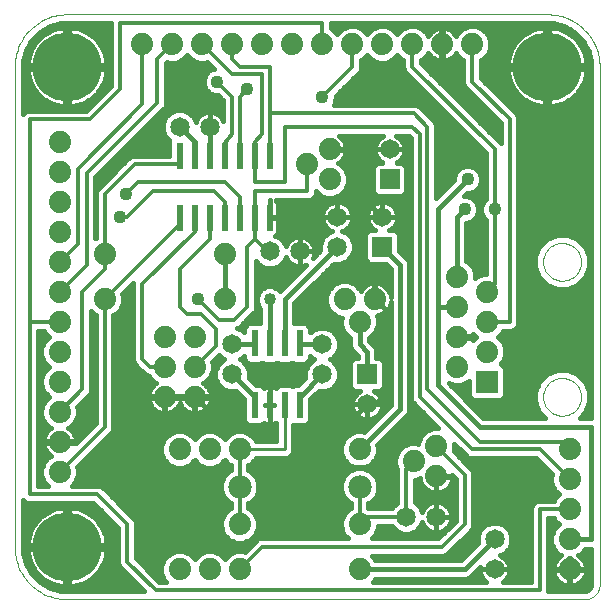
<source format=gtl>
G75*
G70*
%OFA0B0*%
%FSLAX24Y24*%
%IPPOS*%
%LPD*%
%AMOC8*
5,1,8,0,0,1.08239X$1,22.5*
%
%ADD10C,0.0000*%
%ADD11C,0.0740*%
%ADD12R,0.0240X0.0870*%
%ADD13R,0.0740X0.0740*%
%ADD14C,0.0650*%
%ADD15C,0.2300*%
%ADD16R,0.0650X0.0650*%
%ADD17C,0.0780*%
%ADD18C,0.0150*%
%ADD19C,0.0436*%
%ADD20C,0.0400*%
%ADD21C,0.0120*%
%ADD22C,0.0100*%
D10*
X002925Y001175D02*
X020175Y001175D01*
X020219Y001177D01*
X020262Y001183D01*
X020304Y001192D01*
X020346Y001205D01*
X020386Y001222D01*
X020425Y001242D01*
X020462Y001265D01*
X020496Y001292D01*
X020529Y001321D01*
X020558Y001354D01*
X020585Y001388D01*
X020608Y001425D01*
X020628Y001464D01*
X020645Y001504D01*
X020658Y001546D01*
X020667Y001588D01*
X020673Y001631D01*
X020675Y001675D01*
X020675Y018925D01*
X020673Y019008D01*
X020667Y019091D01*
X020657Y019174D01*
X020643Y019256D01*
X020626Y019338D01*
X020604Y019418D01*
X020579Y019497D01*
X020550Y019575D01*
X020517Y019652D01*
X020480Y019727D01*
X020441Y019800D01*
X020397Y019871D01*
X020351Y019940D01*
X020301Y020007D01*
X020248Y020071D01*
X020192Y020133D01*
X020133Y020192D01*
X020071Y020248D01*
X020007Y020301D01*
X019940Y020351D01*
X019871Y020397D01*
X019800Y020441D01*
X019727Y020480D01*
X019652Y020517D01*
X019575Y020550D01*
X019497Y020579D01*
X019418Y020604D01*
X019338Y020626D01*
X019256Y020643D01*
X019174Y020657D01*
X019091Y020667D01*
X019008Y020673D01*
X018925Y020675D01*
X002925Y020675D01*
X002842Y020673D01*
X002759Y020667D01*
X002676Y020657D01*
X002594Y020643D01*
X002512Y020626D01*
X002432Y020604D01*
X002353Y020579D01*
X002275Y020550D01*
X002198Y020517D01*
X002123Y020480D01*
X002050Y020441D01*
X001979Y020397D01*
X001910Y020351D01*
X001843Y020301D01*
X001779Y020248D01*
X001717Y020192D01*
X001658Y020133D01*
X001602Y020071D01*
X001549Y020007D01*
X001499Y019940D01*
X001453Y019871D01*
X001409Y019800D01*
X001370Y019727D01*
X001333Y019652D01*
X001300Y019575D01*
X001271Y019497D01*
X001246Y019418D01*
X001224Y019338D01*
X001207Y019256D01*
X001193Y019174D01*
X001183Y019091D01*
X001177Y019008D01*
X001175Y018925D01*
X001175Y002925D01*
X001177Y002842D01*
X001183Y002759D01*
X001193Y002676D01*
X001207Y002594D01*
X001224Y002512D01*
X001246Y002432D01*
X001271Y002353D01*
X001300Y002275D01*
X001333Y002198D01*
X001370Y002123D01*
X001409Y002050D01*
X001453Y001979D01*
X001499Y001910D01*
X001549Y001843D01*
X001602Y001779D01*
X001658Y001717D01*
X001717Y001658D01*
X001779Y001602D01*
X001843Y001549D01*
X001910Y001499D01*
X001979Y001453D01*
X002050Y001409D01*
X002123Y001370D01*
X002198Y001333D01*
X002275Y001300D01*
X002353Y001271D01*
X002432Y001246D01*
X002512Y001224D01*
X002594Y001207D01*
X002676Y001193D01*
X002759Y001183D01*
X002842Y001177D01*
X002925Y001175D01*
X018795Y007925D02*
X018797Y007975D01*
X018803Y008025D01*
X018813Y008074D01*
X018827Y008122D01*
X018844Y008169D01*
X018865Y008214D01*
X018890Y008258D01*
X018918Y008299D01*
X018950Y008338D01*
X018984Y008375D01*
X019021Y008409D01*
X019061Y008439D01*
X019103Y008466D01*
X019147Y008490D01*
X019193Y008511D01*
X019240Y008527D01*
X019288Y008540D01*
X019338Y008549D01*
X019387Y008554D01*
X019438Y008555D01*
X019488Y008552D01*
X019537Y008545D01*
X019586Y008534D01*
X019634Y008519D01*
X019680Y008501D01*
X019725Y008479D01*
X019768Y008453D01*
X019809Y008424D01*
X019848Y008392D01*
X019884Y008357D01*
X019916Y008319D01*
X019946Y008279D01*
X019973Y008236D01*
X019996Y008192D01*
X020015Y008146D01*
X020031Y008098D01*
X020043Y008049D01*
X020051Y008000D01*
X020055Y007950D01*
X020055Y007900D01*
X020051Y007850D01*
X020043Y007801D01*
X020031Y007752D01*
X020015Y007704D01*
X019996Y007658D01*
X019973Y007614D01*
X019946Y007571D01*
X019916Y007531D01*
X019884Y007493D01*
X019848Y007458D01*
X019809Y007426D01*
X019768Y007397D01*
X019725Y007371D01*
X019680Y007349D01*
X019634Y007331D01*
X019586Y007316D01*
X019537Y007305D01*
X019488Y007298D01*
X019438Y007295D01*
X019387Y007296D01*
X019338Y007301D01*
X019288Y007310D01*
X019240Y007323D01*
X019193Y007339D01*
X019147Y007360D01*
X019103Y007384D01*
X019061Y007411D01*
X019021Y007441D01*
X018984Y007475D01*
X018950Y007512D01*
X018918Y007551D01*
X018890Y007592D01*
X018865Y007636D01*
X018844Y007681D01*
X018827Y007728D01*
X018813Y007776D01*
X018803Y007825D01*
X018797Y007875D01*
X018795Y007925D01*
X018795Y012425D02*
X018797Y012475D01*
X018803Y012525D01*
X018813Y012574D01*
X018827Y012622D01*
X018844Y012669D01*
X018865Y012714D01*
X018890Y012758D01*
X018918Y012799D01*
X018950Y012838D01*
X018984Y012875D01*
X019021Y012909D01*
X019061Y012939D01*
X019103Y012966D01*
X019147Y012990D01*
X019193Y013011D01*
X019240Y013027D01*
X019288Y013040D01*
X019338Y013049D01*
X019387Y013054D01*
X019438Y013055D01*
X019488Y013052D01*
X019537Y013045D01*
X019586Y013034D01*
X019634Y013019D01*
X019680Y013001D01*
X019725Y012979D01*
X019768Y012953D01*
X019809Y012924D01*
X019848Y012892D01*
X019884Y012857D01*
X019916Y012819D01*
X019946Y012779D01*
X019973Y012736D01*
X019996Y012692D01*
X020015Y012646D01*
X020031Y012598D01*
X020043Y012549D01*
X020051Y012500D01*
X020055Y012450D01*
X020055Y012400D01*
X020051Y012350D01*
X020043Y012301D01*
X020031Y012252D01*
X020015Y012204D01*
X019996Y012158D01*
X019973Y012114D01*
X019946Y012071D01*
X019916Y012031D01*
X019884Y011993D01*
X019848Y011958D01*
X019809Y011926D01*
X019768Y011897D01*
X019725Y011871D01*
X019680Y011849D01*
X019634Y011831D01*
X019586Y011816D01*
X019537Y011805D01*
X019488Y011798D01*
X019438Y011795D01*
X019387Y011796D01*
X019338Y011801D01*
X019288Y011810D01*
X019240Y011823D01*
X019193Y011839D01*
X019147Y011860D01*
X019103Y011884D01*
X019061Y011911D01*
X019021Y011941D01*
X018984Y011975D01*
X018950Y012012D01*
X018918Y012051D01*
X018890Y012092D01*
X018865Y012136D01*
X018844Y012181D01*
X018827Y012228D01*
X018813Y012276D01*
X018803Y012325D01*
X018797Y012375D01*
X018795Y012425D01*
D11*
X016925Y011425D03*
X016925Y010425D03*
X016925Y009425D03*
X015925Y008925D03*
X015925Y009925D03*
X015925Y010925D03*
X015925Y011925D03*
X013175Y011175D03*
X012675Y010425D03*
X012175Y011175D03*
X008175Y011175D03*
X007175Y009925D03*
X007175Y008925D03*
X007175Y007925D03*
X006175Y007925D03*
X006175Y008925D03*
X006175Y009925D03*
X004175Y011175D03*
X002675Y011425D03*
X002675Y012425D03*
X002675Y013425D03*
X002675Y014425D03*
X002675Y015425D03*
X002675Y016425D03*
X005425Y019675D03*
X006425Y019675D03*
X007425Y019675D03*
X008425Y019675D03*
X009425Y019675D03*
X010425Y019675D03*
X011425Y019675D03*
X012425Y019675D03*
X013425Y019675D03*
X014425Y019675D03*
X015425Y019675D03*
X016425Y019675D03*
X011675Y016175D03*
X010925Y015675D03*
X011675Y015175D03*
X008175Y012675D03*
X004175Y012675D03*
X002675Y010425D03*
X002675Y009425D03*
X002675Y008425D03*
X002675Y007425D03*
X002675Y006425D03*
X002675Y005425D03*
X006675Y006175D03*
X007675Y006175D03*
X008675Y006175D03*
X008675Y003675D03*
X008675Y002175D03*
X007675Y002175D03*
X006675Y002175D03*
X012675Y002175D03*
X012675Y003675D03*
X014475Y005775D03*
X015225Y005275D03*
X015225Y006275D03*
X012675Y006175D03*
X019675Y006175D03*
X019675Y005175D03*
X019675Y004175D03*
X019675Y003175D03*
X019675Y002175D03*
D12*
X010675Y007645D03*
X010175Y007645D03*
X009675Y007645D03*
X009175Y007645D03*
X009175Y009705D03*
X009675Y009705D03*
X010175Y009705D03*
X010675Y009705D03*
X009675Y013895D03*
X009175Y013895D03*
X008675Y013895D03*
X008175Y013895D03*
X007675Y013895D03*
X007175Y013895D03*
X006675Y013895D03*
X006675Y015955D03*
X007175Y015955D03*
X007675Y015955D03*
X008175Y015955D03*
X008675Y015955D03*
X009175Y015955D03*
X009675Y015955D03*
D13*
X016925Y008425D03*
D14*
X012925Y007675D03*
X011425Y008675D03*
X011425Y009675D03*
X008425Y009675D03*
X008425Y008675D03*
X009675Y012775D03*
X010675Y012775D03*
X011925Y012925D03*
X011925Y013925D03*
X013425Y013925D03*
X013675Y016175D03*
X007675Y016925D03*
X006675Y016925D03*
X014225Y003925D03*
X015225Y003925D03*
X017175Y003175D03*
X017175Y002175D03*
D15*
X002925Y002925D03*
X002925Y018925D03*
X018925Y018925D03*
D16*
X013675Y015175D03*
X013425Y012925D03*
X012925Y008675D03*
D17*
X012675Y004925D03*
X008675Y004925D03*
D18*
X002064Y001918D02*
X001860Y001918D01*
X001942Y002034D02*
X001859Y002135D01*
X001787Y002243D01*
X001726Y002358D01*
X001676Y002478D01*
X001638Y002603D01*
X001613Y002730D01*
X001601Y002850D01*
X002850Y002850D01*
X003000Y002850D01*
X003000Y003000D01*
X004249Y003000D01*
X004237Y003120D01*
X004212Y003247D01*
X004174Y003372D01*
X004124Y003492D01*
X004063Y003607D01*
X003991Y003715D01*
X003908Y003816D01*
X003816Y003908D01*
X003715Y003991D01*
X003607Y004063D01*
X003492Y004124D01*
X003372Y004174D01*
X003247Y004212D01*
X003120Y004237D01*
X003000Y004249D01*
X003000Y003000D01*
X002850Y003000D01*
X002850Y004249D01*
X002730Y004237D01*
X002603Y004212D01*
X002478Y004174D01*
X002358Y004124D01*
X002243Y004063D01*
X002135Y003991D01*
X002034Y003908D01*
X001942Y003816D01*
X001859Y003715D01*
X001787Y003607D01*
X001726Y003492D01*
X001676Y003372D01*
X001638Y003247D01*
X001613Y003120D01*
X001601Y003000D01*
X002850Y003000D01*
X002850Y002850D01*
X002850Y001601D01*
X002730Y001613D01*
X002603Y001638D01*
X002478Y001676D01*
X002358Y001726D01*
X002243Y001787D01*
X002135Y001859D01*
X002034Y001942D01*
X001942Y002034D01*
X001916Y002066D02*
X001729Y002066D01*
X001752Y002025D02*
X001559Y002359D01*
X001459Y002732D01*
X001447Y002925D01*
X001447Y004486D01*
X001508Y004425D01*
X001616Y004380D01*
X003803Y004380D01*
X004630Y003553D01*
X004630Y002366D01*
X004675Y002258D01*
X004758Y002175D01*
X005486Y001447D01*
X002925Y001447D01*
X002732Y001459D01*
X002359Y001559D01*
X002025Y001752D01*
X001752Y002025D01*
X001806Y002215D02*
X001643Y002215D01*
X001724Y002363D02*
X001558Y002363D01*
X001519Y002512D02*
X001666Y002512D01*
X001627Y002660D02*
X001479Y002660D01*
X001454Y002809D02*
X001605Y002809D01*
X001447Y002957D02*
X002850Y002957D01*
X002850Y002809D02*
X003000Y002809D01*
X003000Y002850D02*
X003000Y001601D01*
X003120Y001613D01*
X003247Y001638D01*
X003372Y001676D01*
X003492Y001726D01*
X003607Y001787D01*
X003715Y001859D01*
X003816Y001942D01*
X003908Y002034D01*
X003991Y002135D01*
X004063Y002243D01*
X004124Y002358D01*
X004174Y002478D01*
X004212Y002603D01*
X004237Y002730D01*
X004249Y002850D01*
X003000Y002850D01*
X003000Y002957D02*
X004630Y002957D01*
X004630Y002809D02*
X004245Y002809D01*
X004223Y002660D02*
X004630Y002660D01*
X004630Y002512D02*
X004184Y002512D01*
X004126Y002363D02*
X004631Y002363D01*
X004718Y002215D02*
X004044Y002215D01*
X003934Y002066D02*
X004867Y002066D01*
X005015Y001918D02*
X003786Y001918D01*
X003573Y001769D02*
X005164Y001769D01*
X005312Y001621D02*
X003159Y001621D01*
X003000Y001621D02*
X002850Y001621D01*
X002850Y001769D02*
X003000Y001769D01*
X003000Y001918D02*
X002850Y001918D01*
X002850Y002066D02*
X003000Y002066D01*
X003000Y002215D02*
X002850Y002215D01*
X002850Y002363D02*
X003000Y002363D01*
X003000Y002512D02*
X002850Y002512D01*
X002850Y002660D02*
X003000Y002660D01*
X003000Y003106D02*
X002850Y003106D01*
X002850Y003254D02*
X003000Y003254D01*
X003000Y003403D02*
X002850Y003403D01*
X002850Y003551D02*
X003000Y003551D01*
X003000Y003700D02*
X002850Y003700D01*
X002850Y003848D02*
X003000Y003848D01*
X003000Y003997D02*
X002850Y003997D01*
X002850Y004145D02*
X003000Y004145D01*
X003442Y004145D02*
X004038Y004145D01*
X004186Y003997D02*
X003706Y003997D01*
X003876Y003848D02*
X004335Y003848D01*
X004483Y003700D02*
X004001Y003700D01*
X004093Y003551D02*
X004630Y003551D01*
X004630Y003403D02*
X004161Y003403D01*
X004210Y003254D02*
X004630Y003254D01*
X004630Y003106D02*
X004239Y003106D01*
X005220Y003106D02*
X008469Y003106D01*
X008555Y003070D02*
X008795Y003070D01*
X009018Y003162D01*
X009188Y003332D01*
X009280Y003555D01*
X009280Y003795D01*
X009188Y004018D01*
X009018Y004188D01*
X008970Y004208D01*
X008970Y004371D01*
X009029Y004395D01*
X009205Y004571D01*
X009300Y004801D01*
X009300Y005049D01*
X009205Y005279D01*
X009029Y005455D01*
X008970Y005479D01*
X008970Y005642D01*
X009018Y005662D01*
X009188Y005832D01*
X009212Y005890D01*
X010232Y005890D01*
X010336Y005933D01*
X010417Y006014D01*
X010460Y006118D01*
X010460Y006975D01*
X010892Y006975D01*
X011030Y007113D01*
X011030Y007842D01*
X011306Y008118D01*
X011314Y008115D01*
X011536Y008115D01*
X011742Y008200D01*
X011900Y008358D01*
X011985Y008564D01*
X011985Y008786D01*
X011900Y008992D01*
X011742Y009150D01*
X011681Y009175D01*
X011742Y009200D01*
X011900Y009358D01*
X011985Y009564D01*
X011985Y009786D01*
X011900Y009992D01*
X011742Y010150D01*
X011536Y010235D01*
X011314Y010235D01*
X011108Y010150D01*
X011030Y010072D01*
X011030Y010237D01*
X010892Y010375D01*
X010485Y010375D01*
X010485Y011047D01*
X011806Y012368D01*
X011814Y012365D01*
X012036Y012365D01*
X012242Y012450D01*
X012400Y012608D01*
X012485Y012814D01*
X012485Y013036D01*
X012400Y013242D01*
X012242Y013400D01*
X012103Y013457D01*
X012117Y013462D01*
X012187Y013497D01*
X012251Y013544D01*
X012306Y013599D01*
X012353Y013663D01*
X012388Y013733D01*
X012413Y013808D01*
X012425Y013886D01*
X012425Y013925D01*
X012425Y013964D01*
X012413Y014042D01*
X012388Y014117D01*
X012353Y014187D01*
X012306Y014251D01*
X012251Y014306D01*
X012187Y014353D01*
X012117Y014388D01*
X012042Y014413D01*
X011964Y014425D01*
X011925Y014425D01*
X011925Y013925D01*
X010675Y013925D01*
X010675Y012775D01*
X010675Y012775D01*
X010675Y013275D01*
X010714Y013275D01*
X010792Y013263D01*
X010867Y013238D01*
X010937Y013203D01*
X011001Y013156D01*
X011056Y013101D01*
X011103Y013037D01*
X011138Y012967D01*
X011163Y012892D01*
X011175Y012814D01*
X011175Y012775D01*
X010675Y012775D01*
X010675Y012775D01*
X010675Y013275D01*
X010636Y013275D01*
X010558Y013263D01*
X010483Y013238D01*
X010413Y013203D01*
X010349Y013156D01*
X010294Y013101D01*
X010247Y013037D01*
X010212Y012967D01*
X010207Y012953D01*
X010150Y013092D01*
X009992Y013250D01*
X009869Y013301D01*
X009902Y013320D01*
X009935Y013353D01*
X009958Y013392D01*
X009970Y013437D01*
X009970Y013895D01*
X009970Y014353D01*
X009958Y014398D01*
X009935Y014437D01*
X009902Y014470D01*
X009885Y014480D01*
X010984Y014480D01*
X011092Y014525D01*
X011175Y014608D01*
X011220Y014716D01*
X011220Y014774D01*
X011332Y014662D01*
X011555Y014570D01*
X011795Y014570D01*
X012018Y014662D01*
X012188Y014832D01*
X012280Y015055D01*
X012280Y015295D01*
X012188Y015518D01*
X012018Y015688D01*
X011963Y015711D01*
X012030Y015759D01*
X012091Y015820D01*
X012141Y015889D01*
X012180Y015966D01*
X012207Y016047D01*
X012220Y016132D01*
X012220Y016170D01*
X011680Y016170D01*
X011680Y016180D01*
X012220Y016180D01*
X012220Y016218D01*
X012207Y016303D01*
X012180Y016384D01*
X012141Y016461D01*
X012091Y016530D01*
X012030Y016591D01*
X011976Y016630D01*
X013467Y016630D01*
X013413Y016603D01*
X013349Y016556D01*
X013294Y016501D01*
X013247Y016437D01*
X013212Y016367D01*
X013187Y016292D01*
X013175Y016214D01*
X013175Y016175D01*
X013675Y016175D01*
X014175Y016175D01*
X014175Y016214D01*
X014163Y016292D01*
X014138Y016367D01*
X014103Y016437D01*
X014056Y016501D01*
X014001Y016556D01*
X013937Y016603D01*
X013883Y016630D01*
X014303Y016630D01*
X014380Y016553D01*
X014380Y007866D01*
X014425Y007758D01*
X015303Y006880D01*
X015105Y006880D01*
X014882Y006788D01*
X014712Y006618D01*
X014620Y006395D01*
X014620Y006370D01*
X014595Y006380D01*
X014355Y006380D01*
X014132Y006288D01*
X013962Y006118D01*
X013870Y005895D01*
X013870Y005655D01*
X013930Y005510D01*
X013930Y004409D01*
X013908Y004400D01*
X013750Y004242D01*
X013741Y004220D01*
X012970Y004220D01*
X012970Y004371D01*
X013029Y004395D01*
X013205Y004571D01*
X013300Y004801D01*
X013300Y005049D01*
X013205Y005279D01*
X013029Y005455D01*
X012799Y005550D01*
X012551Y005550D01*
X012321Y005455D01*
X012145Y005279D01*
X012050Y005049D01*
X012050Y004801D01*
X012145Y004571D01*
X012321Y004395D01*
X012380Y004371D01*
X012380Y004208D01*
X012332Y004188D01*
X012162Y004018D01*
X012070Y003795D01*
X012070Y003555D01*
X012162Y003332D01*
X012274Y003220D01*
X009366Y003220D01*
X009258Y003175D01*
X009175Y003092D01*
X008843Y002760D01*
X008795Y002780D01*
X008555Y002780D01*
X008332Y002688D01*
X008175Y002531D01*
X008018Y002688D01*
X007795Y002780D01*
X007555Y002780D01*
X007332Y002688D01*
X007175Y002531D01*
X007018Y002688D01*
X006795Y002780D01*
X006555Y002780D01*
X006332Y002688D01*
X006162Y002518D01*
X006070Y002295D01*
X006070Y002055D01*
X006162Y001832D01*
X006224Y001770D01*
X005997Y001770D01*
X005220Y002547D01*
X005220Y003734D01*
X005175Y003842D01*
X005092Y003925D01*
X004175Y004842D01*
X004092Y004925D01*
X003984Y004970D01*
X003076Y004970D01*
X003188Y005082D01*
X003280Y005305D01*
X003280Y005545D01*
X003260Y005593D01*
X004342Y006675D01*
X004425Y006758D01*
X004470Y006866D01*
X004470Y010642D01*
X004518Y010662D01*
X004688Y010832D01*
X004780Y011055D01*
X004780Y011295D01*
X004760Y011343D01*
X005130Y011713D01*
X005130Y009116D01*
X005175Y009008D01*
X005258Y008925D01*
X005508Y008675D01*
X005616Y008630D01*
X005642Y008630D01*
X005662Y008582D01*
X005832Y008412D01*
X005887Y008389D01*
X005820Y008341D01*
X005759Y008280D01*
X005709Y008211D01*
X005670Y008134D01*
X005643Y008053D01*
X005630Y007968D01*
X005630Y007950D01*
X006150Y007950D01*
X006150Y007900D01*
X006200Y007900D01*
X006200Y007950D01*
X007150Y007950D01*
X007150Y007900D01*
X007200Y007900D01*
X007200Y007950D01*
X007720Y007950D01*
X007720Y007968D01*
X007707Y008053D01*
X007680Y008134D01*
X007641Y008211D01*
X007591Y008280D01*
X007530Y008341D01*
X007463Y008389D01*
X007518Y008412D01*
X007688Y008582D01*
X007780Y008805D01*
X007780Y009045D01*
X007760Y009093D01*
X007988Y009320D01*
X008108Y009200D01*
X008169Y009175D01*
X008108Y009150D01*
X007950Y008992D01*
X007865Y008786D01*
X007865Y008564D01*
X007950Y008358D01*
X008108Y008200D01*
X008314Y008115D01*
X008536Y008115D01*
X008544Y008118D01*
X008820Y007842D01*
X008820Y007113D01*
X008958Y006975D01*
X009392Y006975D01*
X009473Y007055D01*
X009487Y007047D01*
X009532Y007035D01*
X009675Y007035D01*
X009818Y007035D01*
X009863Y007047D01*
X009877Y007055D01*
X009890Y007043D01*
X009890Y006460D01*
X009212Y006460D01*
X009188Y006518D01*
X009018Y006688D01*
X008795Y006780D01*
X008555Y006780D01*
X008332Y006688D01*
X008175Y006531D01*
X008018Y006688D01*
X007795Y006780D01*
X007555Y006780D01*
X007332Y006688D01*
X007175Y006531D01*
X007018Y006688D01*
X006795Y006780D01*
X006555Y006780D01*
X006332Y006688D01*
X006162Y006518D01*
X006070Y006295D01*
X006070Y006055D01*
X006162Y005832D01*
X006332Y005662D01*
X006555Y005570D01*
X006795Y005570D01*
X007018Y005662D01*
X007175Y005819D01*
X007332Y005662D01*
X007555Y005570D01*
X007795Y005570D01*
X008018Y005662D01*
X008175Y005819D01*
X008332Y005662D01*
X008380Y005642D01*
X008380Y005479D01*
X008321Y005455D01*
X008145Y005279D01*
X008050Y005049D01*
X008050Y004801D01*
X008145Y004571D01*
X008321Y004395D01*
X008380Y004371D01*
X008380Y004208D01*
X008332Y004188D01*
X008162Y004018D01*
X008070Y003795D01*
X008070Y003555D01*
X008162Y003332D01*
X008332Y003162D01*
X008555Y003070D01*
X008240Y003254D02*
X005220Y003254D01*
X005220Y003403D02*
X008133Y003403D01*
X008072Y003551D02*
X005220Y003551D01*
X005220Y003700D02*
X008070Y003700D01*
X008092Y003848D02*
X005169Y003848D01*
X005092Y003925D02*
X005092Y003925D01*
X005021Y003997D02*
X008153Y003997D01*
X008289Y004145D02*
X004872Y004145D01*
X004724Y004294D02*
X008380Y004294D01*
X008274Y004442D02*
X004575Y004442D01*
X004427Y004591D02*
X008137Y004591D01*
X008076Y004739D02*
X004278Y004739D01*
X004175Y004842D02*
X004175Y004842D01*
X004130Y004888D02*
X008050Y004888D01*
X008050Y005036D02*
X003142Y005036D01*
X003230Y005185D02*
X008106Y005185D01*
X008199Y005333D02*
X003280Y005333D01*
X003280Y005482D02*
X008380Y005482D01*
X008380Y005630D02*
X007940Y005630D01*
X008134Y005779D02*
X008216Y005779D01*
X008970Y005630D02*
X012410Y005630D01*
X012332Y005662D02*
X012555Y005570D01*
X012795Y005570D01*
X013018Y005662D01*
X013188Y005832D01*
X013280Y006055D01*
X013280Y006295D01*
X013266Y006328D01*
X014201Y007262D01*
X014288Y007349D01*
X014335Y007463D01*
X014335Y012387D01*
X014288Y012501D01*
X013985Y012803D01*
X013985Y013347D01*
X013847Y013485D01*
X013663Y013485D01*
X013687Y013497D01*
X013751Y013544D01*
X013806Y013599D01*
X013853Y013663D01*
X013888Y013733D01*
X013913Y013808D01*
X013925Y013886D01*
X013925Y013925D01*
X013425Y013925D01*
X012675Y014675D01*
X012675Y015675D01*
X012175Y016175D01*
X011675Y016175D01*
X011680Y016174D02*
X013175Y016174D01*
X013175Y016175D02*
X013175Y016136D01*
X013187Y016058D01*
X013212Y015983D01*
X013247Y015913D01*
X013294Y015849D01*
X013349Y015794D01*
X013413Y015747D01*
X013437Y015735D01*
X013253Y015735D01*
X013115Y015597D01*
X013115Y014753D01*
X013253Y014615D01*
X014097Y014615D01*
X014235Y014753D01*
X014235Y015597D01*
X014097Y015735D01*
X013913Y015735D01*
X013937Y015747D01*
X014001Y015794D01*
X014056Y015849D01*
X014103Y015913D01*
X014138Y015983D01*
X014163Y016058D01*
X014175Y016136D01*
X014175Y016175D01*
X013675Y016175D01*
X013675Y016175D01*
X013675Y016175D01*
X013175Y016175D01*
X013197Y016322D02*
X012200Y016322D01*
X012134Y016471D02*
X013272Y016471D01*
X013445Y016619D02*
X011991Y016619D01*
X012199Y016025D02*
X013198Y016025D01*
X013274Y015877D02*
X012132Y015877D01*
X011987Y015728D02*
X013246Y015728D01*
X013115Y015580D02*
X012126Y015580D01*
X012224Y015431D02*
X013115Y015431D01*
X013115Y015283D02*
X012280Y015283D01*
X012280Y015134D02*
X013115Y015134D01*
X013115Y014986D02*
X012251Y014986D01*
X012190Y014837D02*
X013115Y014837D01*
X013179Y014689D02*
X012044Y014689D01*
X011925Y014425D02*
X011886Y014425D01*
X011808Y014413D01*
X011733Y014388D01*
X011663Y014353D01*
X011599Y014306D01*
X011544Y014251D01*
X011497Y014187D01*
X011462Y014117D01*
X011437Y014042D01*
X011425Y013964D01*
X011425Y013925D01*
X011925Y013925D01*
X011925Y013925D01*
X012425Y013925D01*
X011925Y013925D01*
X011925Y013925D01*
X011925Y013925D01*
X011925Y014425D01*
X011925Y014392D02*
X011925Y014392D01*
X011925Y014243D02*
X011925Y014243D01*
X011925Y014095D02*
X011925Y014095D01*
X011925Y013946D02*
X011925Y013946D01*
X011925Y013925D02*
X011425Y013925D01*
X011425Y013886D01*
X011437Y013808D01*
X011462Y013733D01*
X011497Y013663D01*
X011544Y013599D01*
X011599Y013544D01*
X011663Y013497D01*
X011733Y013462D01*
X011747Y013457D01*
X011608Y013400D01*
X011450Y013242D01*
X011365Y013036D01*
X011365Y012814D01*
X011368Y012806D01*
X011132Y012570D01*
X011138Y012583D01*
X011163Y012658D01*
X011175Y012736D01*
X011175Y012775D01*
X010675Y012775D01*
X010675Y012275D01*
X010714Y012275D01*
X010792Y012287D01*
X010867Y012312D01*
X010880Y012318D01*
X010013Y011452D01*
X009921Y011544D01*
X009762Y011610D01*
X009588Y011610D01*
X009429Y011544D01*
X009306Y011421D01*
X009240Y011262D01*
X009240Y011088D01*
X009306Y010929D01*
X009365Y010870D01*
X009365Y010375D01*
X008958Y010375D01*
X008820Y010237D01*
X008820Y010072D01*
X008742Y010150D01*
X008601Y010208D01*
X008642Y010225D01*
X009092Y010675D01*
X009175Y010758D01*
X009220Y010866D01*
X009220Y012438D01*
X009358Y012300D01*
X009564Y012215D01*
X009786Y012215D01*
X009992Y012300D01*
X010150Y012458D01*
X010207Y012597D01*
X010212Y012583D01*
X010247Y012513D01*
X010294Y012449D01*
X010349Y012394D01*
X010413Y012347D01*
X010483Y012312D01*
X010558Y012287D01*
X010636Y012275D01*
X010675Y012275D01*
X010675Y012775D01*
X010675Y012775D01*
X010675Y012758D02*
X010675Y012758D01*
X010675Y012610D02*
X010675Y012610D01*
X010675Y012461D02*
X010675Y012461D01*
X010675Y012313D02*
X010675Y012313D01*
X010726Y012164D02*
X009220Y012164D01*
X009220Y012016D02*
X010577Y012016D01*
X010429Y011867D02*
X009220Y011867D01*
X009220Y011719D02*
X010280Y011719D01*
X010132Y011570D02*
X009858Y011570D01*
X009675Y011175D02*
X009675Y009705D01*
X009175Y009705D02*
X009145Y009675D01*
X008425Y009675D01*
X008820Y009278D02*
X008742Y009200D01*
X008681Y009175D01*
X008742Y009150D01*
X008900Y008992D01*
X008985Y008786D01*
X008985Y008564D01*
X008982Y008556D01*
X009223Y008315D01*
X009392Y008315D01*
X009473Y008235D01*
X009487Y008243D01*
X009532Y008255D01*
X009675Y008255D01*
X009675Y007645D01*
X009675Y006925D01*
X008175Y006925D01*
X007175Y007925D01*
X007200Y007900D02*
X007200Y007380D01*
X007218Y007380D01*
X007303Y007393D01*
X007384Y007420D01*
X007461Y007459D01*
X007530Y007509D01*
X007591Y007570D01*
X007641Y007639D01*
X007680Y007716D01*
X007707Y007797D01*
X007720Y007882D01*
X007720Y007900D01*
X007200Y007900D01*
X007200Y007858D02*
X007150Y007858D01*
X007150Y007900D02*
X007150Y007380D01*
X007132Y007380D01*
X007047Y007393D01*
X006966Y007420D01*
X006889Y007459D01*
X006820Y007509D01*
X006759Y007570D01*
X006709Y007639D01*
X006675Y007706D01*
X006641Y007639D01*
X006591Y007570D01*
X006530Y007509D01*
X006461Y007459D01*
X006384Y007420D01*
X006303Y007393D01*
X006218Y007380D01*
X006200Y007380D01*
X006200Y007900D01*
X006630Y007900D01*
X007150Y007900D01*
X007150Y007709D02*
X007200Y007709D01*
X007200Y007561D02*
X007150Y007561D01*
X007150Y007412D02*
X007200Y007412D01*
X007360Y007412D02*
X008820Y007412D01*
X008820Y007264D02*
X004470Y007264D01*
X004470Y007412D02*
X005990Y007412D01*
X005966Y007420D02*
X006047Y007393D01*
X006132Y007380D01*
X006150Y007380D01*
X006150Y007900D01*
X005630Y007900D01*
X005630Y007882D01*
X005643Y007797D01*
X005670Y007716D01*
X005709Y007639D01*
X005759Y007570D01*
X005820Y007509D01*
X005889Y007459D01*
X005966Y007420D01*
X006150Y007412D02*
X006200Y007412D01*
X006200Y007561D02*
X006150Y007561D01*
X006150Y007709D02*
X006200Y007709D01*
X006200Y007858D02*
X006150Y007858D01*
X005769Y007561D02*
X004470Y007561D01*
X004470Y007709D02*
X005673Y007709D01*
X005634Y007858D02*
X004470Y007858D01*
X004470Y008006D02*
X005636Y008006D01*
X005680Y008155D02*
X004470Y008155D01*
X004470Y008303D02*
X005782Y008303D01*
X005793Y008452D02*
X004470Y008452D01*
X004470Y008600D02*
X005655Y008600D01*
X005434Y008749D02*
X004470Y008749D01*
X004470Y008897D02*
X005286Y008897D01*
X005159Y009046D02*
X004470Y009046D01*
X004470Y009194D02*
X005130Y009194D01*
X005130Y009343D02*
X004470Y009343D01*
X004470Y009491D02*
X005130Y009491D01*
X005130Y009640D02*
X004470Y009640D01*
X004470Y009788D02*
X005130Y009788D01*
X005130Y009937D02*
X004470Y009937D01*
X004470Y010085D02*
X005130Y010085D01*
X005130Y010234D02*
X004470Y010234D01*
X004470Y010382D02*
X005130Y010382D01*
X005130Y010531D02*
X004470Y010531D01*
X004535Y010679D02*
X005130Y010679D01*
X005130Y010828D02*
X004683Y010828D01*
X004747Y010976D02*
X005130Y010976D01*
X005130Y011125D02*
X004780Y011125D01*
X004780Y011273D02*
X005130Y011273D01*
X005130Y011422D02*
X004839Y011422D01*
X004987Y011570D02*
X005130Y011570D01*
X003880Y010642D02*
X003880Y007047D01*
X003220Y006387D01*
X003220Y006400D01*
X002700Y006400D01*
X002700Y006450D01*
X003220Y006450D01*
X003220Y006468D01*
X003207Y006553D01*
X003180Y006634D01*
X003141Y006711D01*
X003091Y006780D01*
X003030Y006841D01*
X002963Y006889D01*
X003018Y006912D01*
X003188Y007082D01*
X003280Y007305D01*
X003280Y007545D01*
X003260Y007593D01*
X003675Y008008D01*
X003720Y008116D01*
X003720Y010774D01*
X003832Y010662D01*
X003880Y010642D01*
X003815Y010679D02*
X003720Y010679D01*
X003720Y010531D02*
X003880Y010531D01*
X003880Y010382D02*
X003720Y010382D01*
X003720Y010234D02*
X003880Y010234D01*
X003880Y010085D02*
X003720Y010085D01*
X003720Y009937D02*
X003880Y009937D01*
X003880Y009788D02*
X003720Y009788D01*
X003720Y009640D02*
X003880Y009640D01*
X003880Y009491D02*
X003720Y009491D01*
X003720Y009343D02*
X003880Y009343D01*
X003880Y009194D02*
X003720Y009194D01*
X003720Y009046D02*
X003880Y009046D01*
X003880Y008897D02*
X003720Y008897D01*
X003720Y008749D02*
X003880Y008749D01*
X003880Y008600D02*
X003720Y008600D01*
X003720Y008452D02*
X003880Y008452D01*
X003880Y008303D02*
X003720Y008303D01*
X003720Y008155D02*
X003880Y008155D01*
X003880Y008006D02*
X003673Y008006D01*
X003525Y007858D02*
X003880Y007858D01*
X003880Y007709D02*
X003376Y007709D01*
X003274Y007561D02*
X003880Y007561D01*
X003880Y007412D02*
X003280Y007412D01*
X003263Y007264D02*
X003880Y007264D01*
X003880Y007115D02*
X003201Y007115D01*
X003072Y006967D02*
X003799Y006967D01*
X003651Y006818D02*
X003053Y006818D01*
X003162Y006670D02*
X003502Y006670D01*
X003354Y006521D02*
X003212Y006521D01*
X002650Y006450D02*
X002650Y006400D01*
X002130Y006400D01*
X002130Y006382D01*
X002143Y006297D01*
X002170Y006216D01*
X002209Y006139D01*
X002259Y006070D01*
X002320Y006009D01*
X002387Y005961D01*
X002332Y005938D01*
X002162Y005768D01*
X002070Y005545D01*
X002070Y005305D01*
X002162Y005082D01*
X002274Y004970D01*
X001970Y004970D01*
X001970Y010130D01*
X002142Y010130D01*
X002162Y010082D01*
X002319Y009925D01*
X002162Y009768D01*
X002070Y009545D01*
X002070Y009305D01*
X002162Y009082D01*
X002319Y008925D01*
X002162Y008768D01*
X002070Y008545D01*
X002070Y008305D01*
X002162Y008082D01*
X002319Y007925D01*
X002162Y007768D01*
X002070Y007545D01*
X002070Y007305D01*
X002162Y007082D01*
X002332Y006912D01*
X002387Y006889D01*
X002320Y006841D01*
X002259Y006780D01*
X002209Y006711D01*
X002170Y006634D01*
X002143Y006553D01*
X002130Y006468D01*
X002130Y006450D01*
X002650Y006450D01*
X002297Y006818D02*
X001970Y006818D01*
X001970Y006670D02*
X002188Y006670D01*
X002138Y006521D02*
X001970Y006521D01*
X001970Y006373D02*
X002132Y006373D01*
X002167Y006224D02*
X001970Y006224D01*
X001970Y006076D02*
X002255Y006076D01*
X002321Y005927D02*
X001970Y005927D01*
X001970Y005779D02*
X002173Y005779D01*
X002105Y005630D02*
X001970Y005630D01*
X001970Y005482D02*
X002070Y005482D01*
X002070Y005333D02*
X001970Y005333D01*
X001970Y005185D02*
X002120Y005185D01*
X002208Y005036D02*
X001970Y005036D01*
X001491Y004442D02*
X001447Y004442D01*
X001447Y004294D02*
X003889Y004294D01*
X003297Y005630D02*
X006410Y005630D01*
X006216Y005779D02*
X003446Y005779D01*
X003594Y005927D02*
X006123Y005927D01*
X006070Y006076D02*
X003743Y006076D01*
X003891Y006224D02*
X006070Y006224D01*
X006102Y006373D02*
X004040Y006373D01*
X004188Y006521D02*
X006165Y006521D01*
X006314Y006670D02*
X004337Y006670D01*
X004450Y006818D02*
X009890Y006818D01*
X009890Y006670D02*
X009036Y006670D01*
X009185Y006521D02*
X009890Y006521D01*
X009890Y006967D02*
X004470Y006967D01*
X004470Y007115D02*
X008820Y007115D01*
X008820Y007561D02*
X007581Y007561D01*
X007677Y007709D02*
X008820Y007709D01*
X008804Y007858D02*
X007716Y007858D01*
X007714Y008006D02*
X008656Y008006D01*
X008218Y008155D02*
X007670Y008155D01*
X007568Y008303D02*
X008005Y008303D01*
X007911Y008452D02*
X007557Y008452D01*
X007695Y008600D02*
X007865Y008600D01*
X007865Y008749D02*
X007757Y008749D01*
X007780Y008897D02*
X007911Y008897D01*
X008004Y009046D02*
X007780Y009046D01*
X007861Y009194D02*
X008123Y009194D01*
X008727Y009194D02*
X008820Y009194D01*
X008820Y009173D02*
X008820Y009278D01*
X008820Y009173D02*
X008958Y009035D01*
X009392Y009035D01*
X009425Y009068D01*
X009458Y009035D01*
X009892Y009035D01*
X009925Y009068D01*
X009958Y009035D01*
X010392Y009035D01*
X010425Y009068D01*
X010458Y009035D01*
X010892Y009035D01*
X011030Y009173D01*
X011030Y009278D01*
X011108Y009200D01*
X011169Y009175D01*
X011108Y009150D01*
X010950Y008992D01*
X010865Y008786D01*
X010865Y008564D01*
X010868Y008556D01*
X010627Y008315D01*
X010458Y008315D01*
X010425Y008282D01*
X010392Y008315D01*
X009958Y008315D01*
X009877Y008235D01*
X009863Y008243D01*
X009818Y008255D01*
X009675Y008255D01*
X009675Y007645D01*
X009675Y007645D01*
X009820Y007645D01*
X009820Y007645D01*
X009675Y007645D01*
X009675Y007645D01*
X009675Y007035D01*
X009675Y007645D01*
X009675Y007645D01*
X009675Y007645D01*
X009530Y007645D01*
X009530Y007645D01*
X009675Y007645D01*
X009675Y007709D02*
X009675Y007709D01*
X009675Y007561D02*
X009675Y007561D01*
X009675Y007412D02*
X009675Y007412D01*
X009675Y007264D02*
X009675Y007264D01*
X009675Y007115D02*
X009675Y007115D01*
X009175Y007645D02*
X009145Y007675D01*
X009175Y007925D01*
X008425Y008675D01*
X008939Y008897D02*
X010911Y008897D01*
X010903Y009046D02*
X011004Y009046D01*
X011030Y009194D02*
X011123Y009194D01*
X010865Y008749D02*
X008985Y008749D01*
X008985Y008600D02*
X010865Y008600D01*
X010763Y008452D02*
X009087Y008452D01*
X009404Y008303D02*
X009946Y008303D01*
X009675Y008155D02*
X009675Y008155D01*
X009675Y008006D02*
X009675Y008006D01*
X009675Y007858D02*
X009675Y007858D01*
X010404Y008303D02*
X010446Y008303D01*
X010675Y007925D02*
X010675Y007645D01*
X010675Y007925D02*
X011425Y008675D01*
X011632Y008155D02*
X012463Y008155D01*
X012503Y008115D02*
X012687Y008115D01*
X012663Y008103D01*
X012599Y008056D01*
X012544Y008001D01*
X012497Y007937D01*
X012462Y007867D01*
X012437Y007792D01*
X012425Y007714D01*
X012425Y007675D01*
X012925Y007675D01*
X013175Y007675D01*
X013675Y008175D01*
X013675Y010675D01*
X013175Y011175D01*
X013180Y011180D02*
X013170Y011180D01*
X013170Y011720D01*
X013132Y011720D01*
X013047Y011707D01*
X012966Y011680D01*
X012889Y011641D01*
X012820Y011591D01*
X012759Y011530D01*
X012711Y011463D01*
X012688Y011518D01*
X012518Y011688D01*
X012295Y011780D01*
X012055Y011780D01*
X011832Y011688D01*
X011662Y011518D01*
X011570Y011295D01*
X011570Y011055D01*
X011662Y010832D01*
X011832Y010662D01*
X012055Y010570D01*
X012080Y010570D01*
X012070Y010545D01*
X012070Y010305D01*
X012162Y010082D01*
X012332Y009912D01*
X012365Y009899D01*
X012365Y009613D01*
X012412Y009499D01*
X012615Y009297D01*
X012615Y009235D01*
X012503Y009235D01*
X012365Y009097D01*
X012365Y008253D01*
X012503Y008115D01*
X012549Y008006D02*
X011194Y008006D01*
X011046Y007858D02*
X012459Y007858D01*
X012425Y007709D02*
X011030Y007709D01*
X011030Y007561D02*
X012437Y007561D01*
X012437Y007558D02*
X012462Y007483D01*
X012497Y007413D01*
X012544Y007349D01*
X012599Y007294D01*
X012663Y007247D01*
X012733Y007212D01*
X012808Y007187D01*
X012886Y007175D01*
X012925Y007175D01*
X012964Y007175D01*
X013042Y007187D01*
X013117Y007212D01*
X013187Y007247D01*
X013251Y007294D01*
X013306Y007349D01*
X013353Y007413D01*
X013388Y007483D01*
X013413Y007558D01*
X013425Y007636D01*
X013425Y007675D01*
X013425Y007714D01*
X013413Y007792D01*
X013388Y007867D01*
X013353Y007937D01*
X013306Y008001D01*
X013251Y008056D01*
X013187Y008103D01*
X013163Y008115D01*
X013347Y008115D01*
X013485Y008253D01*
X013485Y009097D01*
X013347Y009235D01*
X013235Y009235D01*
X013235Y009487D01*
X013188Y009601D01*
X013101Y009688D01*
X012985Y009803D01*
X012985Y009899D01*
X013018Y009912D01*
X013188Y010082D01*
X013280Y010305D01*
X013280Y010545D01*
X013243Y010634D01*
X013303Y010643D01*
X013384Y010670D01*
X013461Y010709D01*
X013530Y010759D01*
X013591Y010820D01*
X013641Y010889D01*
X013680Y010966D01*
X013707Y011047D01*
X013715Y011101D01*
X013715Y007653D01*
X012828Y006766D01*
X012795Y006780D01*
X012555Y006780D01*
X012332Y006688D01*
X012162Y006518D01*
X012070Y006295D01*
X012070Y006055D01*
X012162Y005832D01*
X012332Y005662D01*
X012216Y005779D02*
X009134Y005779D01*
X008970Y005482D02*
X012385Y005482D01*
X012175Y005575D02*
X011675Y006075D01*
X011675Y006425D01*
X012925Y007675D01*
X013425Y007675D01*
X012925Y007675D01*
X012925Y007675D01*
X012925Y007675D01*
X012925Y007175D01*
X012925Y007675D01*
X012925Y007675D01*
X012425Y007675D01*
X012425Y007636D01*
X012437Y007558D01*
X012498Y007412D02*
X011030Y007412D01*
X011030Y007264D02*
X012641Y007264D01*
X012925Y007264D02*
X012925Y007264D01*
X012925Y007412D02*
X012925Y007412D01*
X012925Y007561D02*
X012925Y007561D01*
X013209Y007264D02*
X013325Y007264D01*
X013352Y007412D02*
X013474Y007412D01*
X013413Y007561D02*
X013622Y007561D01*
X013715Y007709D02*
X013425Y007709D01*
X013391Y007858D02*
X013715Y007858D01*
X013715Y008006D02*
X013301Y008006D01*
X013387Y008155D02*
X013715Y008155D01*
X013715Y008303D02*
X013485Y008303D01*
X013485Y008452D02*
X013715Y008452D01*
X013715Y008600D02*
X013485Y008600D01*
X013485Y008749D02*
X013715Y008749D01*
X013715Y008897D02*
X013485Y008897D01*
X013485Y009046D02*
X013715Y009046D01*
X013715Y009194D02*
X013388Y009194D01*
X013235Y009343D02*
X013715Y009343D01*
X013715Y009491D02*
X013233Y009491D01*
X013149Y009640D02*
X013715Y009640D01*
X013715Y009788D02*
X013000Y009788D01*
X013042Y009937D02*
X013715Y009937D01*
X013715Y010085D02*
X013189Y010085D01*
X013251Y010234D02*
X013715Y010234D01*
X013715Y010382D02*
X013280Y010382D01*
X013280Y010531D02*
X013715Y010531D01*
X013715Y010679D02*
X013402Y010679D01*
X013596Y010828D02*
X013715Y010828D01*
X013715Y010976D02*
X013683Y010976D01*
X013715Y011249D02*
X013707Y011303D01*
X013680Y011384D01*
X013641Y011461D01*
X013591Y011530D01*
X013530Y011591D01*
X013461Y011641D01*
X013384Y011680D01*
X013303Y011707D01*
X013218Y011720D01*
X013180Y011720D01*
X013180Y011180D01*
X013170Y011273D02*
X013180Y011273D01*
X013170Y011422D02*
X013180Y011422D01*
X013170Y011570D02*
X013180Y011570D01*
X013170Y011719D02*
X013180Y011719D01*
X013227Y011719D02*
X013715Y011719D01*
X013715Y011867D02*
X011305Y011867D01*
X011157Y011719D02*
X011906Y011719D01*
X011714Y011570D02*
X011008Y011570D01*
X010860Y011422D02*
X011622Y011422D01*
X011570Y011273D02*
X010711Y011273D01*
X010563Y011125D02*
X011570Y011125D01*
X011603Y010976D02*
X010485Y010976D01*
X010485Y010828D02*
X011667Y010828D01*
X011815Y010679D02*
X010485Y010679D01*
X010485Y010531D02*
X012070Y010531D01*
X012070Y010382D02*
X010485Y010382D01*
X011030Y010234D02*
X011310Y010234D01*
X011540Y010234D02*
X012099Y010234D01*
X012161Y010085D02*
X011807Y010085D01*
X011923Y009937D02*
X012308Y009937D01*
X012365Y009788D02*
X011984Y009788D01*
X011985Y009640D02*
X012365Y009640D01*
X012421Y009491D02*
X011955Y009491D01*
X011884Y009343D02*
X012569Y009343D01*
X012462Y009194D02*
X011727Y009194D01*
X011846Y009046D02*
X012365Y009046D01*
X012365Y008897D02*
X011939Y008897D01*
X011985Y008749D02*
X012365Y008749D01*
X012365Y008600D02*
X011985Y008600D01*
X011939Y008452D02*
X012365Y008452D01*
X012365Y008303D02*
X011845Y008303D01*
X012925Y008675D02*
X012925Y009425D01*
X012675Y009675D01*
X012675Y010425D01*
X013715Y011249D02*
X013715Y012197D01*
X013547Y012365D01*
X013003Y012365D01*
X012865Y012503D01*
X012865Y013347D01*
X013003Y013485D01*
X013187Y013485D01*
X013163Y013497D01*
X013099Y013544D01*
X013044Y013599D01*
X012997Y013663D01*
X012962Y013733D01*
X012937Y013808D01*
X012925Y013886D01*
X012925Y013925D01*
X013425Y013925D01*
X013425Y013925D01*
X013425Y014425D01*
X013464Y014425D01*
X013542Y014413D01*
X013617Y014388D01*
X013687Y014353D01*
X013751Y014306D01*
X013806Y014251D01*
X013853Y014187D01*
X013888Y014117D01*
X013913Y014042D01*
X013925Y013964D01*
X013925Y013925D01*
X014375Y013475D01*
X014375Y007375D01*
X013675Y006675D01*
X013675Y005925D01*
X013325Y005575D01*
X012175Y005575D01*
X012199Y005333D02*
X009151Y005333D01*
X009244Y005185D02*
X012106Y005185D01*
X012050Y005036D02*
X009300Y005036D01*
X009300Y004888D02*
X012050Y004888D01*
X012076Y004739D02*
X009274Y004739D01*
X009213Y004591D02*
X012137Y004591D01*
X012274Y004442D02*
X009076Y004442D01*
X008970Y004294D02*
X012380Y004294D01*
X012289Y004145D02*
X009061Y004145D01*
X009197Y003997D02*
X012153Y003997D01*
X012092Y003848D02*
X009258Y003848D01*
X009280Y003700D02*
X012070Y003700D01*
X012072Y003551D02*
X009278Y003551D01*
X009217Y003403D02*
X012133Y003403D01*
X012240Y003254D02*
X009110Y003254D01*
X009188Y003106D02*
X008881Y003106D01*
X009040Y002957D02*
X005220Y002957D01*
X005220Y002809D02*
X008891Y002809D01*
X008304Y002660D02*
X008046Y002660D01*
X007304Y002660D02*
X007046Y002660D01*
X006304Y002660D02*
X005220Y002660D01*
X005256Y002512D02*
X006160Y002512D01*
X006098Y002363D02*
X005404Y002363D01*
X005553Y002215D02*
X006070Y002215D01*
X006070Y002066D02*
X005701Y002066D01*
X005850Y001918D02*
X006127Y001918D01*
X005461Y001472D02*
X002685Y001472D01*
X002691Y001621D02*
X002253Y001621D01*
X002277Y001769D02*
X002008Y001769D01*
X001611Y003106D02*
X001447Y003106D01*
X001447Y003254D02*
X001640Y003254D01*
X001689Y003403D02*
X001447Y003403D01*
X001447Y003551D02*
X001757Y003551D01*
X001849Y003700D02*
X001447Y003700D01*
X001447Y003848D02*
X001974Y003848D01*
X002144Y003997D02*
X001447Y003997D01*
X001447Y004145D02*
X002408Y004145D01*
X002278Y006967D02*
X001970Y006967D01*
X001970Y007115D02*
X002149Y007115D01*
X002087Y007264D02*
X001970Y007264D01*
X001970Y007412D02*
X002070Y007412D01*
X002076Y007561D02*
X001970Y007561D01*
X001970Y007709D02*
X002138Y007709D01*
X002252Y007858D02*
X001970Y007858D01*
X001970Y008006D02*
X002238Y008006D01*
X002132Y008155D02*
X001970Y008155D01*
X001970Y008303D02*
X002071Y008303D01*
X002070Y008452D02*
X001970Y008452D01*
X001970Y008600D02*
X002093Y008600D01*
X002154Y008749D02*
X001970Y008749D01*
X001970Y008897D02*
X002291Y008897D01*
X002199Y009046D02*
X001970Y009046D01*
X001970Y009194D02*
X002116Y009194D01*
X002070Y009343D02*
X001970Y009343D01*
X001970Y009491D02*
X002070Y009491D01*
X002109Y009640D02*
X001970Y009640D01*
X001970Y009788D02*
X002182Y009788D01*
X002308Y009937D02*
X001970Y009937D01*
X001970Y010085D02*
X002161Y010085D01*
X003870Y013204D02*
X003880Y013208D01*
X003880Y014734D01*
X003925Y014842D01*
X004008Y014925D01*
X004925Y015842D01*
X005008Y015925D01*
X005116Y015970D01*
X006320Y015970D01*
X006320Y016487D01*
X006320Y016488D01*
X006200Y016608D01*
X006115Y016814D01*
X006115Y017036D01*
X006200Y017242D01*
X006358Y017400D01*
X006564Y017485D01*
X006786Y017485D01*
X006992Y017400D01*
X007150Y017242D01*
X007207Y017103D01*
X007212Y017117D01*
X007247Y017187D01*
X007294Y017251D01*
X007349Y017306D01*
X007413Y017353D01*
X007483Y017388D01*
X007558Y017413D01*
X007636Y017425D01*
X007675Y017425D01*
X007675Y016925D01*
X007675Y015955D01*
X007675Y015955D01*
X007675Y016565D01*
X007675Y016925D01*
X007675Y016925D01*
X007675Y017425D01*
X007714Y017425D01*
X007792Y017413D01*
X007867Y017388D01*
X007937Y017353D01*
X008001Y017306D01*
X008056Y017251D01*
X008103Y017187D01*
X008130Y017133D01*
X008130Y017803D01*
X007961Y017972D01*
X007835Y017972D01*
X007668Y018041D01*
X007541Y018168D01*
X007472Y018335D01*
X007472Y018515D01*
X007541Y018682D01*
X007668Y018809D01*
X007814Y018869D01*
X007593Y019090D01*
X007545Y019070D01*
X007305Y019070D01*
X007082Y019162D01*
X006925Y019319D01*
X006768Y019162D01*
X006545Y019070D01*
X006305Y019070D01*
X006257Y019090D01*
X006220Y019053D01*
X006220Y017666D01*
X006175Y017558D01*
X006092Y017475D01*
X003870Y015253D01*
X003870Y013204D01*
X003870Y013204D01*
X003870Y013352D02*
X003880Y013352D01*
X003870Y013501D02*
X003880Y013501D01*
X003870Y013649D02*
X003880Y013649D01*
X003870Y013798D02*
X003880Y013798D01*
X003870Y013946D02*
X003880Y013946D01*
X003870Y014095D02*
X003880Y014095D01*
X003870Y014243D02*
X003880Y014243D01*
X003870Y014392D02*
X003880Y014392D01*
X003870Y014540D02*
X003880Y014540D01*
X003870Y014689D02*
X003880Y014689D01*
X003870Y014837D02*
X003923Y014837D01*
X003870Y014986D02*
X004068Y014986D01*
X004217Y015134D02*
X003870Y015134D01*
X003900Y015283D02*
X004365Y015283D01*
X004514Y015431D02*
X004048Y015431D01*
X004197Y015580D02*
X004662Y015580D01*
X004811Y015728D02*
X004345Y015728D01*
X004494Y015877D02*
X004959Y015877D01*
X004642Y016025D02*
X006320Y016025D01*
X006320Y016174D02*
X004791Y016174D01*
X004939Y016322D02*
X006320Y016322D01*
X006320Y016471D02*
X005088Y016471D01*
X005236Y016619D02*
X006196Y016619D01*
X006134Y016768D02*
X005385Y016768D01*
X005533Y016916D02*
X006115Y016916D01*
X006127Y017065D02*
X005682Y017065D01*
X005830Y017213D02*
X006188Y017213D01*
X006320Y017362D02*
X005979Y017362D01*
X006127Y017510D02*
X008130Y017510D01*
X008130Y017362D02*
X007920Y017362D01*
X008084Y017213D02*
X008130Y017213D01*
X008130Y017659D02*
X006217Y017659D01*
X006220Y017807D02*
X008126Y017807D01*
X007977Y017956D02*
X006220Y017956D01*
X006220Y018104D02*
X007605Y018104D01*
X007506Y018253D02*
X006220Y018253D01*
X006220Y018401D02*
X007472Y018401D01*
X007486Y018550D02*
X006220Y018550D01*
X006220Y018698D02*
X007557Y018698D01*
X007759Y018847D02*
X006220Y018847D01*
X006220Y018995D02*
X007688Y018995D01*
X007127Y019144D02*
X006723Y019144D01*
X006898Y019292D02*
X006952Y019292D01*
X007030Y017362D02*
X007430Y017362D01*
X007266Y017213D02*
X007162Y017213D01*
X007675Y017213D02*
X007675Y017213D01*
X007675Y017065D02*
X007675Y017065D01*
X007675Y016925D02*
X007675Y016925D01*
X007675Y015955D01*
X007675Y016025D02*
X007675Y016025D01*
X007675Y016174D02*
X007675Y016174D01*
X007675Y016322D02*
X007675Y016322D01*
X007675Y016471D02*
X007675Y016471D01*
X007675Y016619D02*
X007675Y016619D01*
X007675Y016768D02*
X007675Y016768D01*
X007675Y016916D02*
X007675Y016916D01*
X007675Y017362D02*
X007675Y017362D01*
X007175Y016425D02*
X006675Y016925D01*
X007175Y016425D02*
X007175Y015955D01*
X009675Y014480D02*
X009675Y013895D01*
X009675Y013925D01*
X010675Y013925D01*
X009970Y013946D02*
X011425Y013946D01*
X011441Y013798D02*
X009970Y013798D01*
X009970Y013895D02*
X009675Y013895D01*
X009970Y013895D01*
X009970Y014095D02*
X011454Y014095D01*
X011538Y014243D02*
X009970Y014243D01*
X009960Y014392D02*
X011743Y014392D01*
X012107Y014392D02*
X013243Y014392D01*
X013233Y014388D02*
X013163Y014353D01*
X013099Y014306D01*
X013044Y014251D01*
X012997Y014187D01*
X012962Y014117D01*
X012937Y014042D01*
X012925Y013964D01*
X012925Y013925D01*
X013425Y013925D01*
X013925Y013925D01*
X013425Y013925D01*
X013425Y013925D01*
X013425Y013925D01*
X013425Y014425D01*
X013386Y014425D01*
X013308Y014413D01*
X013233Y014388D01*
X013425Y014392D02*
X013425Y014392D01*
X013425Y014243D02*
X013425Y014243D01*
X013425Y014095D02*
X013425Y014095D01*
X013425Y013946D02*
X013425Y013946D01*
X013607Y014392D02*
X014380Y014392D01*
X014380Y014540D02*
X011107Y014540D01*
X011208Y014689D02*
X011306Y014689D01*
X012312Y014243D02*
X013038Y014243D01*
X012954Y014095D02*
X012396Y014095D01*
X012425Y013946D02*
X012925Y013946D01*
X012941Y013798D02*
X012409Y013798D01*
X012343Y013649D02*
X013007Y013649D01*
X013159Y013501D02*
X012191Y013501D01*
X012290Y013352D02*
X012870Y013352D01*
X012865Y013204D02*
X012416Y013204D01*
X012477Y013055D02*
X012865Y013055D01*
X012865Y012907D02*
X012485Y012907D01*
X012462Y012758D02*
X012865Y012758D01*
X012865Y012610D02*
X012400Y012610D01*
X012253Y012461D02*
X012907Y012461D01*
X013425Y012925D02*
X014025Y012325D01*
X014025Y007525D01*
X012675Y006175D01*
X013227Y005927D02*
X013883Y005927D01*
X013870Y005779D02*
X013134Y005779D01*
X012940Y005630D02*
X013880Y005630D01*
X013930Y005482D02*
X012965Y005482D01*
X013151Y005333D02*
X013930Y005333D01*
X013930Y005185D02*
X013244Y005185D01*
X013300Y005036D02*
X013930Y005036D01*
X013930Y004888D02*
X013300Y004888D01*
X013274Y004739D02*
X013930Y004739D01*
X013930Y004591D02*
X013213Y004591D01*
X013076Y004442D02*
X013930Y004442D01*
X013802Y004294D02*
X012970Y004294D01*
X013280Y003630D02*
X013741Y003630D01*
X013750Y003608D01*
X013908Y003450D01*
X014114Y003365D01*
X014336Y003365D01*
X014542Y003450D01*
X014700Y003608D01*
X014757Y003747D01*
X014762Y003733D01*
X014797Y003663D01*
X014844Y003599D01*
X014899Y003544D01*
X014963Y003497D01*
X015033Y003462D01*
X015108Y003437D01*
X015186Y003425D01*
X015225Y003425D01*
X015264Y003425D01*
X015342Y003437D01*
X015417Y003462D01*
X015487Y003497D01*
X015551Y003544D01*
X015606Y003599D01*
X015653Y003663D01*
X015688Y003733D01*
X015713Y003808D01*
X015725Y003886D01*
X015725Y003925D01*
X015725Y003964D01*
X015713Y004042D01*
X015688Y004117D01*
X015653Y004187D01*
X015606Y004251D01*
X015551Y004306D01*
X015487Y004353D01*
X015417Y004388D01*
X015342Y004413D01*
X015264Y004425D01*
X015225Y004425D01*
X015225Y003925D01*
X015225Y005275D01*
X015230Y005280D02*
X015770Y005280D01*
X015770Y005313D01*
X015880Y005203D01*
X015880Y003797D01*
X015303Y003220D01*
X013076Y003220D01*
X013188Y003332D01*
X013280Y003555D01*
X013280Y003630D01*
X013278Y003551D02*
X013807Y003551D01*
X014023Y003403D02*
X013217Y003403D01*
X013110Y003254D02*
X015337Y003254D01*
X015225Y003425D02*
X015225Y003925D01*
X015225Y003925D01*
X015725Y003925D01*
X015225Y003925D01*
X015225Y003925D01*
X015225Y004425D01*
X015186Y004425D01*
X015108Y004413D01*
X015033Y004388D01*
X014963Y004353D01*
X014899Y004306D01*
X014844Y004251D01*
X014797Y004187D01*
X014762Y004117D01*
X014757Y004103D01*
X014700Y004242D01*
X014542Y004400D01*
X014520Y004409D01*
X014520Y005170D01*
X014595Y005170D01*
X014684Y005207D01*
X014693Y005147D01*
X014720Y005066D01*
X014759Y004989D01*
X014809Y004920D01*
X014870Y004859D01*
X014939Y004809D01*
X015016Y004770D01*
X015097Y004743D01*
X015182Y004730D01*
X015220Y004730D01*
X015220Y005270D01*
X015230Y005270D01*
X015230Y005280D01*
X015230Y005270D02*
X015770Y005270D01*
X015770Y005232D01*
X015757Y005147D01*
X015730Y005066D01*
X015691Y004989D01*
X015641Y004920D01*
X015580Y004859D01*
X015511Y004809D01*
X015434Y004770D01*
X015353Y004743D01*
X015268Y004730D01*
X015230Y004730D01*
X015230Y005270D01*
X015220Y005185D02*
X015230Y005185D01*
X015220Y005036D02*
X015230Y005036D01*
X015220Y004888D02*
X015230Y004888D01*
X015220Y004739D02*
X015230Y004739D01*
X015325Y004739D02*
X015880Y004739D01*
X015880Y004591D02*
X014520Y004591D01*
X014520Y004739D02*
X015125Y004739D01*
X014842Y004888D02*
X014520Y004888D01*
X014520Y005036D02*
X014735Y005036D01*
X014688Y005185D02*
X014630Y005185D01*
X014520Y004442D02*
X015880Y004442D01*
X015880Y004294D02*
X015564Y004294D01*
X015674Y004145D02*
X015880Y004145D01*
X015880Y003997D02*
X015720Y003997D01*
X015719Y003848D02*
X015880Y003848D01*
X015782Y003700D02*
X015671Y003700D01*
X015634Y003551D02*
X015558Y003551D01*
X015485Y003403D02*
X014427Y003403D01*
X014643Y003551D02*
X014892Y003551D01*
X014779Y003700D02*
X014738Y003700D01*
X014740Y004145D02*
X014776Y004145D01*
X014886Y004294D02*
X014648Y004294D01*
X015225Y004294D02*
X015225Y004294D01*
X015225Y004145D02*
X015225Y004145D01*
X015225Y003997D02*
X015225Y003997D01*
X015225Y003925D02*
X015225Y003925D01*
X015225Y003425D01*
X015225Y003551D02*
X015225Y003551D01*
X015225Y003700D02*
X015225Y003700D01*
X015225Y003848D02*
X015225Y003848D01*
X016023Y003106D02*
X016615Y003106D01*
X016615Y003064D02*
X016618Y003056D01*
X016047Y002485D01*
X013201Y002485D01*
X013188Y002518D01*
X013076Y002630D01*
X015484Y002630D01*
X015592Y002675D01*
X016342Y003425D01*
X016425Y003508D01*
X016470Y003616D01*
X016470Y005384D01*
X016425Y005492D01*
X015810Y006107D01*
X015830Y006155D01*
X015830Y006353D01*
X016175Y006008D01*
X016258Y005925D01*
X016366Y005880D01*
X018553Y005880D01*
X019090Y005343D01*
X019070Y005295D01*
X019070Y005055D01*
X019162Y004832D01*
X019319Y004675D01*
X019162Y004518D01*
X019142Y004470D01*
X018616Y004470D01*
X018508Y004425D01*
X018425Y004342D01*
X018380Y004234D01*
X018380Y001770D01*
X017468Y001770D01*
X017501Y001794D01*
X017556Y001849D01*
X017603Y001913D01*
X017638Y001983D01*
X017663Y002058D01*
X017675Y002136D01*
X017675Y002175D01*
X017675Y002214D01*
X017663Y002292D01*
X017638Y002367D01*
X017603Y002437D01*
X017556Y002501D01*
X017501Y002556D01*
X017437Y002603D01*
X017367Y002638D01*
X017353Y002643D01*
X017492Y002700D01*
X017650Y002858D01*
X017735Y003064D01*
X017735Y003286D01*
X017650Y003492D01*
X017492Y003650D01*
X017286Y003735D01*
X017064Y003735D01*
X016858Y003650D01*
X016700Y003492D01*
X016615Y003286D01*
X016615Y003064D01*
X016519Y002957D02*
X015874Y002957D01*
X015726Y002809D02*
X016370Y002809D01*
X016222Y002660D02*
X015556Y002660D01*
X016073Y002512D02*
X013190Y002512D01*
X012675Y002175D02*
X016175Y002175D01*
X017175Y003175D01*
X017691Y002957D02*
X018380Y002957D01*
X018380Y002809D02*
X017600Y002809D01*
X017395Y002660D02*
X018380Y002660D01*
X018380Y002512D02*
X017546Y002512D01*
X017640Y002363D02*
X018380Y002363D01*
X018380Y002215D02*
X017675Y002215D01*
X017675Y002175D02*
X017175Y002175D01*
X017175Y002175D01*
X017675Y002175D01*
X017664Y002066D02*
X018380Y002066D01*
X018380Y001918D02*
X017605Y001918D01*
X017175Y002175D02*
X016675Y002175D01*
X017175Y002175D01*
X017175Y002175D01*
X016882Y001770D02*
X013126Y001770D01*
X013188Y001832D01*
X013201Y001865D01*
X016237Y001865D01*
X016351Y001912D01*
X016679Y002241D01*
X016675Y002214D01*
X016675Y002175D01*
X016675Y002136D01*
X016687Y002058D01*
X016712Y001983D01*
X016747Y001913D01*
X016794Y001849D01*
X016849Y001794D01*
X016882Y001770D01*
X016745Y001918D02*
X016356Y001918D01*
X016504Y002066D02*
X016686Y002066D01*
X016675Y002215D02*
X016653Y002215D01*
X016615Y003254D02*
X016171Y003254D01*
X016320Y003403D02*
X016663Y003403D01*
X016759Y003551D02*
X016443Y003551D01*
X016470Y003700D02*
X016978Y003700D01*
X017372Y003700D02*
X018380Y003700D01*
X018380Y003848D02*
X016470Y003848D01*
X016470Y003997D02*
X018380Y003997D01*
X018380Y004145D02*
X016470Y004145D01*
X016470Y004294D02*
X018405Y004294D01*
X018549Y004442D02*
X016470Y004442D01*
X016470Y004591D02*
X019235Y004591D01*
X019255Y004739D02*
X016470Y004739D01*
X016470Y004888D02*
X019139Y004888D01*
X019078Y005036D02*
X016470Y005036D01*
X016470Y005185D02*
X019070Y005185D01*
X019086Y005333D02*
X016470Y005333D01*
X016429Y005482D02*
X018951Y005482D01*
X018803Y005630D02*
X016287Y005630D01*
X016139Y005779D02*
X018654Y005779D01*
X018840Y007235D02*
X018661Y007414D01*
X018523Y007746D01*
X018523Y008104D01*
X018661Y008436D01*
X018914Y008689D01*
X019246Y008827D01*
X019604Y008827D01*
X019936Y008689D01*
X020189Y008436D01*
X020327Y008104D01*
X020327Y007746D01*
X020189Y007414D01*
X020010Y007235D01*
X020403Y007235D01*
X020403Y018925D01*
X020391Y019118D01*
X020291Y019491D01*
X020098Y019825D01*
X019825Y020098D01*
X019491Y020291D01*
X019118Y020391D01*
X018925Y020403D01*
X018871Y020403D01*
X011720Y020403D01*
X011720Y020208D01*
X011768Y020188D01*
X011925Y020031D01*
X012082Y020188D01*
X012305Y020280D01*
X012545Y020280D01*
X012768Y020188D01*
X012925Y020031D01*
X013082Y020188D01*
X013305Y020280D01*
X013545Y020280D01*
X013768Y020188D01*
X013925Y020031D01*
X014082Y020188D01*
X014305Y020280D01*
X014545Y020280D01*
X014768Y020188D01*
X014938Y020018D01*
X014961Y019963D01*
X015009Y020030D01*
X015070Y020091D01*
X015139Y020141D01*
X015216Y020180D01*
X015297Y020207D01*
X015382Y020220D01*
X015400Y020220D01*
X015400Y019700D01*
X015450Y019700D01*
X015450Y020220D01*
X015468Y020220D01*
X015553Y020207D01*
X015634Y020180D01*
X015711Y020141D01*
X015780Y020091D01*
X015841Y020030D01*
X015889Y019963D01*
X015912Y020018D01*
X016082Y020188D01*
X016305Y020280D01*
X016545Y020280D01*
X016768Y020188D01*
X016938Y020018D01*
X017030Y019795D01*
X017030Y019555D01*
X016938Y019332D01*
X016768Y019162D01*
X016720Y019142D01*
X016720Y018547D01*
X017842Y017425D01*
X017925Y017342D01*
X017970Y017234D01*
X017970Y010366D01*
X017925Y010258D01*
X017842Y010175D01*
X017734Y010130D01*
X017458Y010130D01*
X017438Y010082D01*
X017281Y009925D01*
X017438Y009768D01*
X017530Y009545D01*
X017530Y009305D01*
X017438Y009082D01*
X017386Y009030D01*
X017392Y009030D01*
X017530Y008892D01*
X017530Y007958D01*
X017392Y007820D01*
X016458Y007820D01*
X016320Y007958D01*
X016320Y008464D01*
X016268Y008412D01*
X016045Y008320D01*
X015805Y008320D01*
X015657Y008381D01*
X016803Y007235D01*
X018840Y007235D01*
X018811Y007264D02*
X016775Y007264D01*
X016626Y007412D02*
X018663Y007412D01*
X018600Y007561D02*
X016478Y007561D01*
X016329Y007709D02*
X018538Y007709D01*
X018523Y007858D02*
X017430Y007858D01*
X017530Y008006D02*
X018523Y008006D01*
X018544Y008155D02*
X017530Y008155D01*
X017530Y008303D02*
X018606Y008303D01*
X018676Y008452D02*
X017530Y008452D01*
X017530Y008600D02*
X018825Y008600D01*
X019057Y008749D02*
X017530Y008749D01*
X017525Y008897D02*
X020403Y008897D01*
X020403Y008749D02*
X019793Y008749D01*
X020025Y008600D02*
X020403Y008600D01*
X020403Y008452D02*
X020174Y008452D01*
X020244Y008303D02*
X020403Y008303D01*
X020403Y008155D02*
X020306Y008155D01*
X020327Y008006D02*
X020403Y008006D01*
X020403Y007858D02*
X020327Y007858D01*
X020312Y007709D02*
X020403Y007709D01*
X020403Y007561D02*
X020250Y007561D01*
X020187Y007412D02*
X020403Y007412D01*
X020403Y007264D02*
X020039Y007264D01*
X020375Y006925D02*
X020375Y003175D01*
X019675Y003175D01*
X019114Y003403D02*
X018970Y003403D01*
X019070Y003295D02*
X019162Y003518D01*
X019319Y003675D01*
X019162Y003832D01*
X019142Y003880D01*
X018970Y003880D01*
X018970Y001447D01*
X020175Y001447D01*
X020220Y001451D01*
X020302Y001485D01*
X020365Y001548D01*
X020399Y001630D01*
X020403Y001675D01*
X020403Y002865D01*
X020201Y002865D01*
X020188Y002832D01*
X020018Y002662D01*
X019963Y002639D01*
X020030Y002591D01*
X020091Y002530D01*
X020141Y002461D01*
X020180Y002384D01*
X020207Y002303D01*
X020220Y002218D01*
X020220Y002200D01*
X019700Y002200D01*
X019700Y002570D01*
X019650Y002570D01*
X019650Y002200D01*
X019700Y002200D01*
X019700Y002150D01*
X020220Y002150D01*
X020220Y002132D01*
X020207Y002047D01*
X020180Y001966D01*
X020141Y001889D01*
X020091Y001820D01*
X020030Y001759D01*
X019961Y001709D01*
X019884Y001670D01*
X019803Y001643D01*
X019718Y001630D01*
X019700Y001630D01*
X019700Y002150D01*
X019650Y002150D01*
X019650Y001630D01*
X019632Y001630D01*
X019547Y001643D01*
X019466Y001670D01*
X019389Y001709D01*
X019320Y001759D01*
X019259Y001820D01*
X019209Y001889D01*
X019170Y001966D01*
X019143Y002047D01*
X019130Y002132D01*
X019130Y002150D01*
X019650Y002150D01*
X019650Y002200D01*
X019130Y002200D01*
X019130Y002218D01*
X019143Y002303D01*
X019170Y002384D01*
X019209Y002461D01*
X019259Y002530D01*
X019320Y002591D01*
X019387Y002639D01*
X019332Y002662D01*
X019162Y002832D01*
X019070Y003055D01*
X019070Y003295D01*
X019070Y003254D02*
X018970Y003254D01*
X018970Y003106D02*
X019070Y003106D01*
X019110Y002957D02*
X018970Y002957D01*
X018970Y002809D02*
X019186Y002809D01*
X019337Y002660D02*
X018970Y002660D01*
X018970Y002512D02*
X019246Y002512D01*
X019163Y002363D02*
X018970Y002363D01*
X018970Y002215D02*
X019130Y002215D01*
X019140Y002066D02*
X018970Y002066D01*
X018970Y001918D02*
X019195Y001918D01*
X019310Y001769D02*
X018970Y001769D01*
X018970Y001621D02*
X020395Y001621D01*
X020403Y001769D02*
X020040Y001769D01*
X020155Y001918D02*
X020403Y001918D01*
X020403Y002066D02*
X020210Y002066D01*
X020220Y002215D02*
X020403Y002215D01*
X020403Y002363D02*
X020187Y002363D01*
X020104Y002512D02*
X020403Y002512D01*
X020403Y002660D02*
X020013Y002660D01*
X020164Y002809D02*
X020403Y002809D01*
X019700Y002512D02*
X019650Y002512D01*
X019650Y002363D02*
X019700Y002363D01*
X019700Y002215D02*
X019650Y002215D01*
X019650Y002066D02*
X019700Y002066D01*
X019700Y001918D02*
X019650Y001918D01*
X019650Y001769D02*
X019700Y001769D01*
X020270Y001472D02*
X018970Y001472D01*
X018380Y003106D02*
X017735Y003106D01*
X017735Y003254D02*
X018380Y003254D01*
X018380Y003403D02*
X017687Y003403D01*
X017591Y003551D02*
X018380Y003551D01*
X018970Y003551D02*
X019195Y003551D01*
X019295Y003700D02*
X018970Y003700D01*
X018970Y003848D02*
X019156Y003848D01*
X016256Y005927D02*
X015990Y005927D01*
X016107Y006076D02*
X015842Y006076D01*
X015830Y006224D02*
X015959Y006224D01*
X016675Y006925D02*
X015275Y008325D01*
X015275Y010925D01*
X015275Y014175D01*
X016275Y015175D01*
X016659Y015431D02*
X016880Y015431D01*
X016880Y015283D02*
X016721Y015283D01*
X016728Y015265D02*
X016659Y015432D01*
X016532Y015559D01*
X016365Y015628D01*
X016185Y015628D01*
X016018Y015559D01*
X015891Y015432D01*
X015822Y015265D01*
X015822Y015160D01*
X015220Y014558D01*
X015220Y016984D01*
X015175Y017092D01*
X015092Y017175D01*
X014725Y017542D01*
X014642Y017625D01*
X014534Y017670D01*
X011810Y017670D01*
X011878Y017835D01*
X011878Y017961D01*
X012675Y018758D01*
X012720Y018866D01*
X012720Y019142D01*
X012768Y019162D01*
X012925Y019319D01*
X013082Y019162D01*
X013305Y019070D01*
X013545Y019070D01*
X013768Y019162D01*
X013925Y019319D01*
X014082Y019162D01*
X014130Y019142D01*
X014130Y018866D01*
X014175Y018758D01*
X016880Y016053D01*
X016880Y014521D01*
X016791Y014432D01*
X016722Y014265D01*
X016722Y014085D01*
X016791Y013918D01*
X016880Y013829D01*
X016880Y012030D01*
X016805Y012030D01*
X016582Y011938D01*
X016530Y011886D01*
X016530Y012045D01*
X016438Y012268D01*
X016268Y012438D01*
X016235Y012451D01*
X016235Y013722D01*
X016265Y013722D01*
X016432Y013791D01*
X016559Y013918D01*
X016628Y014085D01*
X016628Y014265D01*
X016559Y014432D01*
X016432Y014559D01*
X016265Y014628D01*
X016167Y014628D01*
X016260Y014722D01*
X016365Y014722D01*
X016532Y014791D01*
X016659Y014918D01*
X016728Y015085D01*
X016728Y015265D01*
X016728Y015134D02*
X016880Y015134D01*
X016880Y014986D02*
X016687Y014986D01*
X016578Y014837D02*
X016880Y014837D01*
X016880Y014689D02*
X016227Y014689D01*
X016451Y014540D02*
X016880Y014540D01*
X016774Y014392D02*
X016576Y014392D01*
X016628Y014243D02*
X016722Y014243D01*
X016722Y014095D02*
X016628Y014095D01*
X016571Y013946D02*
X016779Y013946D01*
X016880Y013798D02*
X016438Y013798D01*
X016235Y013649D02*
X016880Y013649D01*
X016880Y013501D02*
X016235Y013501D01*
X016235Y013352D02*
X016880Y013352D01*
X016880Y013204D02*
X016235Y013204D01*
X016235Y013055D02*
X016880Y013055D01*
X016880Y012907D02*
X016235Y012907D01*
X016235Y012758D02*
X016880Y012758D01*
X016880Y012610D02*
X016235Y012610D01*
X016235Y012461D02*
X016880Y012461D01*
X016880Y012313D02*
X016393Y012313D01*
X016481Y012164D02*
X016880Y012164D01*
X016770Y012016D02*
X016530Y012016D01*
X015925Y011925D02*
X015925Y013925D01*
X016175Y014175D01*
X015499Y014837D02*
X015220Y014837D01*
X015220Y014689D02*
X015350Y014689D01*
X015220Y014986D02*
X015647Y014986D01*
X015796Y015134D02*
X015220Y015134D01*
X015220Y015283D02*
X015829Y015283D01*
X015891Y015431D02*
X015220Y015431D01*
X015220Y015580D02*
X016068Y015580D01*
X016482Y015580D02*
X016880Y015580D01*
X016880Y015728D02*
X015220Y015728D01*
X015220Y015877D02*
X016880Y015877D01*
X016880Y016025D02*
X015220Y016025D01*
X015220Y016174D02*
X016759Y016174D01*
X016611Y016322D02*
X015220Y016322D01*
X015220Y016471D02*
X016462Y016471D01*
X016314Y016619D02*
X015220Y016619D01*
X015220Y016768D02*
X016165Y016768D01*
X016017Y016916D02*
X015220Y016916D01*
X015187Y017065D02*
X015868Y017065D01*
X015720Y017213D02*
X015054Y017213D01*
X014906Y017362D02*
X015571Y017362D01*
X015423Y017510D02*
X014757Y017510D01*
X014561Y017659D02*
X015274Y017659D01*
X015126Y017807D02*
X011867Y017807D01*
X011878Y017956D02*
X014977Y017956D01*
X014829Y018104D02*
X012021Y018104D01*
X012170Y018253D02*
X014680Y018253D01*
X014532Y018401D02*
X012318Y018401D01*
X012467Y018550D02*
X014383Y018550D01*
X014235Y018698D02*
X012615Y018698D01*
X012712Y018847D02*
X014138Y018847D01*
X014130Y018995D02*
X012720Y018995D01*
X012723Y019144D02*
X013127Y019144D01*
X012952Y019292D02*
X012898Y019292D01*
X012921Y020035D02*
X012929Y020035D01*
X013077Y020183D02*
X012773Y020183D01*
X012077Y020183D02*
X011773Y020183D01*
X011720Y020332D02*
X019338Y020332D01*
X019342Y020183D02*
X019677Y020183D01*
X019607Y020063D02*
X019492Y020124D01*
X019372Y020174D01*
X019247Y020212D01*
X019120Y020237D01*
X019000Y020249D01*
X019000Y019000D01*
X020249Y019000D01*
X020237Y019120D01*
X020212Y019247D01*
X020174Y019372D01*
X020124Y019492D01*
X020063Y019607D01*
X019991Y019715D01*
X019908Y019816D01*
X019816Y019908D01*
X019715Y019991D01*
X019607Y020063D01*
X019649Y020035D02*
X019888Y020035D01*
X019838Y019886D02*
X020037Y019886D01*
X019972Y019738D02*
X020148Y019738D01*
X020072Y019589D02*
X020234Y019589D01*
X020304Y019441D02*
X020146Y019441D01*
X020198Y019292D02*
X020344Y019292D01*
X020384Y019144D02*
X020232Y019144D01*
X020399Y018995D02*
X019000Y018995D01*
X019000Y019000D02*
X019000Y018850D01*
X020249Y018850D01*
X020237Y018730D01*
X020212Y018603D01*
X020174Y018478D01*
X020124Y018358D01*
X020063Y018243D01*
X019991Y018135D01*
X019908Y018034D01*
X019816Y017942D01*
X019715Y017859D01*
X019607Y017787D01*
X019492Y017726D01*
X019372Y017676D01*
X019247Y017638D01*
X019120Y017613D01*
X019000Y017601D01*
X019000Y018850D01*
X018850Y018850D01*
X018850Y017601D01*
X018730Y017613D01*
X018603Y017638D01*
X018478Y017676D01*
X018358Y017726D01*
X018243Y017787D01*
X018135Y017859D01*
X018034Y017942D01*
X017942Y018034D01*
X017859Y018135D01*
X017787Y018243D01*
X017726Y018358D01*
X017676Y018478D01*
X017638Y018603D01*
X017613Y018730D01*
X017601Y018850D01*
X018850Y018850D01*
X018850Y019000D01*
X018850Y020249D01*
X018730Y020237D01*
X018603Y020212D01*
X018478Y020174D01*
X018358Y020124D01*
X018243Y020063D01*
X018135Y019991D01*
X018034Y019908D01*
X017942Y019816D01*
X017859Y019715D01*
X017787Y019607D01*
X017726Y019492D01*
X017676Y019372D01*
X017638Y019247D01*
X017613Y019120D01*
X017601Y019000D01*
X018850Y019000D01*
X019000Y019000D01*
X018925Y018925D02*
X018975Y018875D01*
X018975Y017375D01*
X019675Y016675D01*
X019675Y015175D01*
X020375Y014475D01*
X020375Y010875D01*
X019675Y010175D01*
X020403Y010234D02*
X017901Y010234D01*
X017970Y010382D02*
X020403Y010382D01*
X020403Y010531D02*
X017970Y010531D01*
X017970Y010679D02*
X020403Y010679D01*
X020403Y010828D02*
X017970Y010828D01*
X017970Y010976D02*
X020403Y010976D01*
X020403Y011125D02*
X017970Y011125D01*
X017970Y011273D02*
X020403Y011273D01*
X020403Y011422D02*
X017970Y011422D01*
X017970Y011570D02*
X019133Y011570D01*
X019246Y011523D02*
X019604Y011523D01*
X019936Y011661D01*
X020189Y011914D01*
X020327Y012246D01*
X020327Y012604D01*
X020189Y012936D01*
X019936Y013189D01*
X019604Y013327D01*
X019246Y013327D01*
X018914Y013189D01*
X018661Y012936D01*
X018523Y012604D01*
X018523Y012246D01*
X018661Y011914D01*
X018914Y011661D01*
X019246Y011523D01*
X018856Y011719D02*
X017970Y011719D01*
X017970Y011867D02*
X018708Y011867D01*
X018619Y012016D02*
X017970Y012016D01*
X017970Y012164D02*
X018557Y012164D01*
X018523Y012313D02*
X017970Y012313D01*
X017970Y012461D02*
X018523Y012461D01*
X018525Y012610D02*
X017970Y012610D01*
X017970Y012758D02*
X018587Y012758D01*
X018648Y012907D02*
X017970Y012907D01*
X017970Y013055D02*
X018780Y013055D01*
X018948Y013204D02*
X017970Y013204D01*
X017970Y013352D02*
X020403Y013352D01*
X020403Y013204D02*
X019902Y013204D01*
X020070Y013055D02*
X020403Y013055D01*
X020403Y012907D02*
X020202Y012907D01*
X020263Y012758D02*
X020403Y012758D01*
X020403Y012610D02*
X020325Y012610D01*
X020327Y012461D02*
X020403Y012461D01*
X020403Y012313D02*
X020327Y012313D01*
X020293Y012164D02*
X020403Y012164D01*
X020403Y012016D02*
X020231Y012016D01*
X020142Y011867D02*
X020403Y011867D01*
X020403Y011719D02*
X019994Y011719D01*
X019717Y011570D02*
X020403Y011570D01*
X020403Y010085D02*
X017439Y010085D01*
X017292Y009937D02*
X020403Y009937D01*
X020403Y009788D02*
X017418Y009788D01*
X017491Y009640D02*
X020403Y009640D01*
X020403Y009491D02*
X017530Y009491D01*
X017530Y009343D02*
X020403Y009343D01*
X020403Y009194D02*
X017484Y009194D01*
X017401Y009046D02*
X020403Y009046D01*
X020375Y006925D02*
X016675Y006925D01*
X016420Y007858D02*
X016181Y007858D01*
X016320Y008006D02*
X016032Y008006D01*
X015884Y008155D02*
X016320Y008155D01*
X016320Y008303D02*
X015735Y008303D01*
X016307Y008452D02*
X016320Y008452D01*
X016459Y009815D02*
X016470Y009882D01*
X016470Y009902D01*
X015948Y009902D01*
X015948Y009948D01*
X016470Y009948D01*
X016470Y009968D01*
X016459Y010035D01*
X016569Y009925D01*
X016459Y009815D01*
X016558Y009937D02*
X015948Y009937D01*
X015925Y010925D02*
X015275Y010925D01*
X014380Y010976D02*
X014335Y010976D01*
X014335Y010828D02*
X014380Y010828D01*
X014380Y010679D02*
X014335Y010679D01*
X014335Y010531D02*
X014380Y010531D01*
X014380Y010382D02*
X014335Y010382D01*
X014335Y010234D02*
X014380Y010234D01*
X014380Y010085D02*
X014335Y010085D01*
X014335Y009937D02*
X014380Y009937D01*
X014380Y009788D02*
X014335Y009788D01*
X014335Y009640D02*
X014380Y009640D01*
X014380Y009491D02*
X014335Y009491D01*
X014335Y009343D02*
X014380Y009343D01*
X014380Y009194D02*
X014335Y009194D01*
X014335Y009046D02*
X014380Y009046D01*
X014380Y008897D02*
X014335Y008897D01*
X014335Y008749D02*
X014380Y008749D01*
X014380Y008600D02*
X014335Y008600D01*
X014335Y008452D02*
X014380Y008452D01*
X014380Y008303D02*
X014335Y008303D01*
X014335Y008155D02*
X014380Y008155D01*
X014380Y008006D02*
X014335Y008006D01*
X014335Y007858D02*
X014384Y007858D01*
X014335Y007709D02*
X014474Y007709D01*
X014335Y007561D02*
X014622Y007561D01*
X014771Y007412D02*
X014314Y007412D01*
X014202Y007264D02*
X014919Y007264D01*
X015068Y007115D02*
X014053Y007115D01*
X013905Y006967D02*
X015216Y006967D01*
X014955Y006818D02*
X013756Y006818D01*
X013608Y006670D02*
X014764Y006670D01*
X014672Y006521D02*
X013459Y006521D01*
X013311Y006373D02*
X014337Y006373D01*
X014613Y006373D02*
X014620Y006373D01*
X014068Y006224D02*
X013280Y006224D01*
X013280Y006076D02*
X013945Y006076D01*
X013028Y006967D02*
X010460Y006967D01*
X010460Y006818D02*
X012880Y006818D01*
X013177Y007115D02*
X011030Y007115D01*
X010460Y006670D02*
X012314Y006670D01*
X012165Y006521D02*
X010460Y006521D01*
X010460Y006373D02*
X012102Y006373D01*
X012070Y006224D02*
X010460Y006224D01*
X010442Y006076D02*
X012070Y006076D01*
X012123Y005927D02*
X010321Y005927D01*
X008314Y006670D02*
X008036Y006670D01*
X007314Y006670D02*
X007036Y006670D01*
X006990Y007412D02*
X006360Y007412D01*
X006581Y007561D02*
X006769Y007561D01*
X007134Y005779D02*
X007216Y005779D01*
X007410Y005630D02*
X006940Y005630D01*
X006175Y005175D02*
X006175Y003175D01*
X008846Y009046D02*
X008947Y009046D01*
X009403Y009046D02*
X009447Y009046D01*
X009903Y009046D02*
X009947Y009046D01*
X010403Y009046D02*
X010447Y009046D01*
X010705Y009675D02*
X010675Y009705D01*
X010705Y009675D02*
X011425Y009675D01*
X011043Y010085D02*
X011030Y010085D01*
X010175Y009705D02*
X010175Y011175D01*
X011925Y012925D01*
X011560Y013352D02*
X009935Y013352D01*
X009970Y013501D02*
X011659Y013501D01*
X011507Y013649D02*
X009970Y013649D01*
X009675Y013895D02*
X009675Y013895D01*
X009675Y014480D01*
X009675Y014480D01*
X009675Y014392D02*
X009675Y014392D01*
X009675Y014243D02*
X009675Y014243D01*
X009675Y014095D02*
X009675Y014095D01*
X009675Y013946D02*
X009675Y013946D01*
X009675Y013895D02*
X009675Y013895D01*
X010038Y013204D02*
X010415Y013204D01*
X010260Y013055D02*
X010165Y013055D01*
X010675Y013055D02*
X010675Y013055D01*
X010675Y012907D02*
X010675Y012907D01*
X010675Y013204D02*
X010675Y013204D01*
X010935Y013204D02*
X011434Y013204D01*
X011373Y013055D02*
X011090Y013055D01*
X011158Y012907D02*
X011365Y012907D01*
X011320Y012758D02*
X011175Y012758D01*
X011171Y012610D02*
X011147Y012610D01*
X010874Y012313D02*
X010869Y012313D01*
X010481Y012313D02*
X010004Y012313D01*
X010151Y012461D02*
X010285Y012461D01*
X009346Y012313D02*
X009220Y012313D01*
X009220Y011570D02*
X009492Y011570D01*
X009306Y011422D02*
X009220Y011422D01*
X009220Y011273D02*
X009245Y011273D01*
X009240Y011125D02*
X009220Y011125D01*
X009220Y010976D02*
X009287Y010976D01*
X009365Y010828D02*
X009204Y010828D01*
X009096Y010679D02*
X009365Y010679D01*
X009365Y010531D02*
X008948Y010531D01*
X008799Y010382D02*
X009365Y010382D01*
X008820Y010234D02*
X008651Y010234D01*
X008807Y010085D02*
X008820Y010085D01*
X008175Y011175D02*
X008175Y012675D01*
X011454Y012016D02*
X013715Y012016D01*
X013715Y012164D02*
X011602Y012164D01*
X011751Y012313D02*
X013599Y012313D01*
X014030Y012758D02*
X014380Y012758D01*
X014380Y012610D02*
X014179Y012610D01*
X014304Y012461D02*
X014380Y012461D01*
X014380Y012313D02*
X014335Y012313D01*
X014335Y012164D02*
X014380Y012164D01*
X014380Y012016D02*
X014335Y012016D01*
X014335Y011867D02*
X014380Y011867D01*
X014380Y011719D02*
X014335Y011719D01*
X014335Y011570D02*
X014380Y011570D01*
X014380Y011422D02*
X014335Y011422D01*
X014335Y011273D02*
X014380Y011273D01*
X014380Y011125D02*
X014335Y011125D01*
X013715Y011273D02*
X013711Y011273D01*
X013715Y011422D02*
X013661Y011422D01*
X013715Y011570D02*
X013551Y011570D01*
X013123Y011719D02*
X012444Y011719D01*
X012636Y011570D02*
X012799Y011570D01*
X013985Y012907D02*
X014380Y012907D01*
X014380Y013055D02*
X013985Y013055D01*
X013985Y013204D02*
X014380Y013204D01*
X014380Y013352D02*
X013980Y013352D01*
X013691Y013501D02*
X014380Y013501D01*
X014380Y013649D02*
X013843Y013649D01*
X013909Y013798D02*
X014380Y013798D01*
X014380Y013946D02*
X013925Y013946D01*
X013896Y014095D02*
X014380Y014095D01*
X014380Y014243D02*
X013812Y014243D01*
X014171Y014689D02*
X014380Y014689D01*
X014380Y014837D02*
X014235Y014837D01*
X014235Y014986D02*
X014380Y014986D01*
X014380Y015134D02*
X014235Y015134D01*
X014235Y015283D02*
X014380Y015283D01*
X014380Y015431D02*
X014235Y015431D01*
X014235Y015580D02*
X014380Y015580D01*
X014380Y015728D02*
X014104Y015728D01*
X014076Y015877D02*
X014380Y015877D01*
X014380Y016025D02*
X014152Y016025D01*
X014175Y016174D02*
X014380Y016174D01*
X014380Y016322D02*
X014153Y016322D01*
X014078Y016471D02*
X014380Y016471D01*
X014314Y016619D02*
X013905Y016619D01*
X015515Y018253D02*
X016180Y018253D01*
X016175Y018258D02*
X017380Y017053D01*
X017380Y016387D01*
X017342Y016425D01*
X014720Y019047D01*
X014720Y019142D01*
X014768Y019162D01*
X014938Y019332D01*
X014961Y019387D01*
X015009Y019320D01*
X015070Y019259D01*
X015139Y019209D01*
X015216Y019170D01*
X015297Y019143D01*
X015297Y019144D02*
X014723Y019144D01*
X014772Y018995D02*
X016130Y018995D01*
X016130Y019142D02*
X016130Y018366D01*
X016175Y018258D01*
X016130Y018401D02*
X015366Y018401D01*
X015218Y018550D02*
X016130Y018550D01*
X016130Y018698D02*
X015069Y018698D01*
X014921Y018847D02*
X016130Y018847D01*
X016130Y019142D02*
X016082Y019162D01*
X015912Y019332D01*
X015889Y019387D01*
X015841Y019320D01*
X015780Y019259D01*
X015711Y019209D01*
X015634Y019170D01*
X015553Y019143D01*
X015553Y019144D02*
X016127Y019144D01*
X015952Y019292D02*
X015813Y019292D01*
X015553Y019143D02*
X015468Y019130D01*
X015450Y019130D01*
X015450Y019650D01*
X015400Y019650D01*
X015400Y019130D01*
X015382Y019130D01*
X015297Y019143D01*
X015400Y019144D02*
X015450Y019144D01*
X015450Y019292D02*
X015400Y019292D01*
X015400Y019441D02*
X015450Y019441D01*
X015450Y019589D02*
X015400Y019589D01*
X015400Y019738D02*
X015450Y019738D01*
X015450Y019886D02*
X015400Y019886D01*
X015400Y020035D02*
X015450Y020035D01*
X015450Y020183D02*
X015400Y020183D01*
X015225Y020183D02*
X014773Y020183D01*
X014921Y020035D02*
X015014Y020035D01*
X015625Y020183D02*
X016077Y020183D01*
X015929Y020035D02*
X015836Y020035D01*
X015037Y019292D02*
X014898Y019292D01*
X014127Y019144D02*
X013723Y019144D01*
X013898Y019292D02*
X013952Y019292D01*
X013921Y020035D02*
X013929Y020035D01*
X014077Y020183D02*
X013773Y020183D01*
X011929Y020035D02*
X011921Y020035D01*
X015663Y018104D02*
X016329Y018104D01*
X016477Y017956D02*
X015812Y017956D01*
X015960Y017807D02*
X016626Y017807D01*
X016774Y017659D02*
X016109Y017659D01*
X016257Y017510D02*
X016923Y017510D01*
X017071Y017362D02*
X016406Y017362D01*
X016554Y017213D02*
X017220Y017213D01*
X017368Y017065D02*
X016703Y017065D01*
X016851Y016916D02*
X017380Y016916D01*
X017380Y016768D02*
X017000Y016768D01*
X017148Y016619D02*
X017380Y016619D01*
X017380Y016471D02*
X017297Y016471D01*
X017970Y016471D02*
X020403Y016471D01*
X020403Y016619D02*
X017970Y016619D01*
X017970Y016768D02*
X020403Y016768D01*
X020403Y016916D02*
X017970Y016916D01*
X017970Y017065D02*
X020403Y017065D01*
X020403Y017213D02*
X017970Y017213D01*
X017906Y017362D02*
X020403Y017362D01*
X020403Y017510D02*
X017757Y017510D01*
X017609Y017659D02*
X018536Y017659D01*
X018213Y017807D02*
X017460Y017807D01*
X017312Y017956D02*
X018021Y017956D01*
X017885Y018104D02*
X017163Y018104D01*
X017015Y018253D02*
X017782Y018253D01*
X017708Y018401D02*
X016866Y018401D01*
X016720Y018550D02*
X017654Y018550D01*
X017619Y018698D02*
X016720Y018698D01*
X016720Y018847D02*
X017601Y018847D01*
X017618Y019144D02*
X016723Y019144D01*
X016720Y018995D02*
X018850Y018995D01*
X018850Y018847D02*
X019000Y018847D01*
X019000Y018698D02*
X018850Y018698D01*
X018850Y018550D02*
X019000Y018550D01*
X019000Y018401D02*
X018850Y018401D01*
X018850Y018253D02*
X019000Y018253D01*
X019000Y018104D02*
X018850Y018104D01*
X018850Y017956D02*
X019000Y017956D01*
X019000Y017807D02*
X018850Y017807D01*
X018850Y017659D02*
X019000Y017659D01*
X019314Y017659D02*
X020403Y017659D01*
X020403Y017807D02*
X019637Y017807D01*
X019829Y017956D02*
X020403Y017956D01*
X020403Y018104D02*
X019965Y018104D01*
X020068Y018253D02*
X020403Y018253D01*
X020403Y018401D02*
X020142Y018401D01*
X020196Y018550D02*
X020403Y018550D01*
X020403Y018698D02*
X020231Y018698D01*
X020249Y018847D02*
X020403Y018847D01*
X019000Y019144D02*
X018850Y019144D01*
X018850Y019292D02*
X019000Y019292D01*
X019000Y019441D02*
X018850Y019441D01*
X018850Y019589D02*
X019000Y019589D01*
X019000Y019738D02*
X018850Y019738D01*
X018850Y019886D02*
X019000Y019886D01*
X019000Y020035D02*
X018850Y020035D01*
X018850Y020183D02*
X019000Y020183D01*
X018508Y020183D02*
X016773Y020183D01*
X016921Y020035D02*
X018201Y020035D01*
X018012Y019886D02*
X016992Y019886D01*
X017030Y019738D02*
X017878Y019738D01*
X017778Y019589D02*
X017030Y019589D01*
X016983Y019441D02*
X017704Y019441D01*
X017652Y019292D02*
X016898Y019292D01*
X017970Y016322D02*
X020403Y016322D01*
X020403Y016174D02*
X017970Y016174D01*
X017970Y016025D02*
X020403Y016025D01*
X020403Y015877D02*
X017970Y015877D01*
X017970Y015728D02*
X020403Y015728D01*
X020403Y015580D02*
X017970Y015580D01*
X017970Y015431D02*
X020403Y015431D01*
X020403Y015283D02*
X017970Y015283D01*
X017970Y015134D02*
X020403Y015134D01*
X020403Y014986D02*
X017970Y014986D01*
X017970Y014837D02*
X020403Y014837D01*
X020403Y014689D02*
X017970Y014689D01*
X017970Y014540D02*
X020403Y014540D01*
X020403Y014392D02*
X017970Y014392D01*
X017970Y014243D02*
X020403Y014243D01*
X020403Y014095D02*
X017970Y014095D01*
X017970Y013946D02*
X020403Y013946D01*
X020403Y013798D02*
X017970Y013798D01*
X017970Y013649D02*
X020403Y013649D01*
X020403Y013501D02*
X017970Y013501D01*
X015880Y005185D02*
X015762Y005185D01*
X015715Y005036D02*
X015880Y005036D01*
X015880Y004888D02*
X015608Y004888D01*
X003553Y017470D02*
X001616Y017470D01*
X001508Y017425D01*
X001447Y017364D01*
X001447Y018925D01*
X001459Y019118D01*
X001559Y019491D01*
X001752Y019825D01*
X002025Y020098D01*
X002359Y020291D01*
X002732Y020391D01*
X002925Y020403D01*
X004380Y020403D01*
X004380Y018297D01*
X003553Y017470D01*
X003593Y017510D02*
X001447Y017510D01*
X001447Y017659D02*
X002536Y017659D01*
X002478Y017676D02*
X002603Y017638D01*
X002730Y017613D01*
X002850Y017601D01*
X002850Y018850D01*
X003000Y018850D01*
X003000Y019000D01*
X004249Y019000D01*
X004237Y019120D01*
X004212Y019247D01*
X004174Y019372D01*
X004124Y019492D01*
X004063Y019607D01*
X003991Y019715D01*
X003908Y019816D01*
X003816Y019908D01*
X003715Y019991D01*
X003607Y020063D01*
X003492Y020124D01*
X003372Y020174D01*
X003247Y020212D01*
X003120Y020237D01*
X003000Y020249D01*
X003000Y019000D01*
X002850Y019000D01*
X002850Y020249D01*
X002730Y020237D01*
X002603Y020212D01*
X002478Y020174D01*
X002358Y020124D01*
X002243Y020063D01*
X002135Y019991D01*
X002034Y019908D01*
X001942Y019816D01*
X001859Y019715D01*
X001787Y019607D01*
X001726Y019492D01*
X001676Y019372D01*
X001638Y019247D01*
X001613Y019120D01*
X001601Y019000D01*
X002850Y019000D01*
X002850Y018850D01*
X001601Y018850D01*
X001613Y018730D01*
X001638Y018603D01*
X001676Y018478D01*
X001726Y018358D01*
X001787Y018243D01*
X001859Y018135D01*
X001942Y018034D01*
X002034Y017942D01*
X002135Y017859D01*
X002243Y017787D01*
X002358Y017726D01*
X002478Y017676D01*
X002213Y017807D02*
X001447Y017807D01*
X001447Y017956D02*
X002021Y017956D01*
X001885Y018104D02*
X001447Y018104D01*
X001447Y018253D02*
X001782Y018253D01*
X001708Y018401D02*
X001447Y018401D01*
X001447Y018550D02*
X001654Y018550D01*
X001619Y018698D02*
X001447Y018698D01*
X001447Y018847D02*
X001601Y018847D01*
X001451Y018995D02*
X002850Y018995D01*
X002850Y018847D02*
X003000Y018847D01*
X003000Y018850D02*
X003000Y017601D01*
X003120Y017613D01*
X003247Y017638D01*
X003372Y017676D01*
X003492Y017726D01*
X003607Y017787D01*
X003715Y017859D01*
X003816Y017942D01*
X003908Y018034D01*
X003991Y018135D01*
X004063Y018243D01*
X004124Y018358D01*
X004174Y018478D01*
X004212Y018603D01*
X004237Y018730D01*
X004249Y018850D01*
X003000Y018850D01*
X003000Y018995D02*
X004380Y018995D01*
X004380Y018847D02*
X004249Y018847D01*
X004231Y018698D02*
X004380Y018698D01*
X004380Y018550D02*
X004196Y018550D01*
X004142Y018401D02*
X004380Y018401D01*
X004335Y018253D02*
X004068Y018253D01*
X003965Y018104D02*
X004187Y018104D01*
X004038Y017956D02*
X003829Y017956D01*
X003890Y017807D02*
X003637Y017807D01*
X003741Y017659D02*
X003314Y017659D01*
X003000Y017659D02*
X002850Y017659D01*
X002850Y017807D02*
X003000Y017807D01*
X003000Y017956D02*
X002850Y017956D01*
X002850Y018104D02*
X003000Y018104D01*
X003000Y018253D02*
X002850Y018253D01*
X002850Y018401D02*
X003000Y018401D01*
X003000Y018550D02*
X002850Y018550D01*
X002850Y018698D02*
X003000Y018698D01*
X003000Y019144D02*
X002850Y019144D01*
X002850Y019292D02*
X003000Y019292D01*
X003000Y019441D02*
X002850Y019441D01*
X002850Y019589D02*
X003000Y019589D01*
X003000Y019738D02*
X002850Y019738D01*
X002850Y019886D02*
X003000Y019886D01*
X003000Y020035D02*
X002850Y020035D01*
X002850Y020183D02*
X003000Y020183D01*
X003342Y020183D02*
X004380Y020183D01*
X004380Y020035D02*
X003649Y020035D01*
X003838Y019886D02*
X004380Y019886D01*
X004380Y019738D02*
X003972Y019738D01*
X004072Y019589D02*
X004380Y019589D01*
X004380Y019441D02*
X004146Y019441D01*
X004198Y019292D02*
X004380Y019292D01*
X004380Y019144D02*
X004232Y019144D01*
X004380Y020332D02*
X002512Y020332D01*
X002508Y020183D02*
X002173Y020183D01*
X002201Y020035D02*
X001962Y020035D01*
X002012Y019886D02*
X001813Y019886D01*
X001878Y019738D02*
X001702Y019738D01*
X001778Y019589D02*
X001616Y019589D01*
X001546Y019441D02*
X001704Y019441D01*
X001652Y019292D02*
X001506Y019292D01*
X001466Y019144D02*
X001618Y019144D01*
D19*
X004875Y014675D03*
X004675Y013925D03*
X007275Y011175D03*
X006175Y005175D03*
X006175Y003175D03*
X016175Y014175D03*
X017175Y014175D03*
X016275Y015175D03*
X014425Y017925D03*
X011425Y017925D03*
X008925Y018175D03*
X007925Y018425D03*
X019675Y016675D03*
X019675Y015175D03*
X019675Y010175D03*
D20*
X009675Y011175D03*
D21*
X008925Y010925D02*
X008925Y012925D01*
X009175Y013175D01*
X009175Y013895D01*
X009175Y014775D01*
X010925Y014775D01*
X010925Y015675D01*
X010175Y015075D02*
X010175Y016925D01*
X014425Y016925D01*
X014675Y016675D01*
X014675Y007925D01*
X016425Y006175D01*
X018675Y006175D01*
X019675Y005175D01*
X019675Y004175D02*
X018675Y004175D01*
X018675Y001475D01*
X005875Y001475D01*
X004925Y002425D01*
X004925Y003675D01*
X003925Y004675D01*
X001675Y004675D01*
X001675Y010425D01*
X002675Y010425D01*
X001675Y010425D02*
X001675Y017175D01*
X003675Y017175D01*
X004675Y018175D01*
X004675Y020375D01*
X011425Y020375D01*
X011425Y019675D01*
X012425Y019675D02*
X012425Y018925D01*
X011425Y017925D01*
X009675Y017375D02*
X009675Y015955D01*
X009175Y015955D02*
X009175Y016425D01*
X009425Y016675D01*
X009425Y018675D01*
X008425Y018675D01*
X007425Y019675D01*
X008425Y019675D02*
X008425Y019175D01*
X008675Y018925D01*
X009675Y018925D01*
X009675Y017375D01*
X014475Y017375D01*
X014925Y016925D01*
X014925Y008175D01*
X016675Y006425D01*
X019425Y006425D01*
X019675Y006175D01*
X016175Y005325D02*
X016175Y003675D01*
X015425Y002925D01*
X009425Y002925D01*
X008675Y002175D01*
X008675Y003675D02*
X008675Y004925D01*
X008675Y006175D01*
X007175Y008925D02*
X007875Y009625D01*
X007875Y010175D01*
X007375Y010675D01*
X006925Y010675D01*
X006675Y010925D01*
X006675Y012175D01*
X007675Y013175D01*
X007675Y013895D01*
X007175Y013895D02*
X007175Y013425D01*
X005425Y011675D01*
X005425Y009175D01*
X005675Y008925D01*
X006175Y008925D01*
X007975Y010475D02*
X008475Y010475D01*
X008925Y010925D01*
X007975Y010475D02*
X007275Y011175D01*
X009175Y013175D02*
X009575Y012775D01*
X009675Y012775D01*
X008675Y013895D02*
X008675Y014575D01*
X008175Y015075D01*
X005275Y015075D01*
X004875Y014675D01*
X004175Y014675D02*
X004175Y012675D01*
X004175Y012175D01*
X003425Y011425D01*
X003425Y008175D01*
X002675Y007425D01*
X004175Y006925D02*
X004175Y011175D01*
X006675Y013675D01*
X006675Y013895D01*
X005775Y014775D02*
X004925Y013925D01*
X004675Y013925D01*
X004175Y014675D02*
X005175Y015675D01*
X006675Y015675D01*
X006675Y015955D01*
X005775Y014775D02*
X007825Y014775D01*
X008175Y014425D01*
X008175Y013895D01*
X009175Y015075D02*
X010175Y015075D01*
X009175Y015075D02*
X009175Y015955D01*
X008675Y015955D02*
X008675Y017925D01*
X008925Y018175D01*
X008425Y017925D02*
X007925Y018425D01*
X008425Y017925D02*
X008425Y016675D01*
X008175Y016375D01*
X008175Y015955D01*
X005925Y017725D02*
X005925Y019175D01*
X006425Y019675D01*
X005425Y019675D02*
X005425Y017675D01*
X003275Y015525D01*
X003275Y013025D01*
X002675Y012425D01*
X003575Y012325D02*
X002675Y011425D01*
X003575Y012325D02*
X003575Y015375D01*
X005925Y017725D01*
X014425Y018925D02*
X017175Y016175D01*
X017175Y014175D01*
X017175Y011675D01*
X016925Y011425D01*
X016925Y010425D02*
X017675Y010425D01*
X017675Y017175D01*
X016425Y018425D01*
X016425Y019675D01*
X014425Y019675D02*
X014425Y018925D01*
X004175Y006925D02*
X002675Y005425D01*
X012675Y004925D02*
X012675Y003675D01*
X012675Y003925D01*
X014225Y003925D01*
X014225Y005525D01*
X014475Y005775D01*
X015225Y006275D02*
X016175Y005325D01*
D22*
X010175Y006175D02*
X008675Y006175D01*
X010175Y006175D02*
X010175Y007645D01*
M02*

</source>
